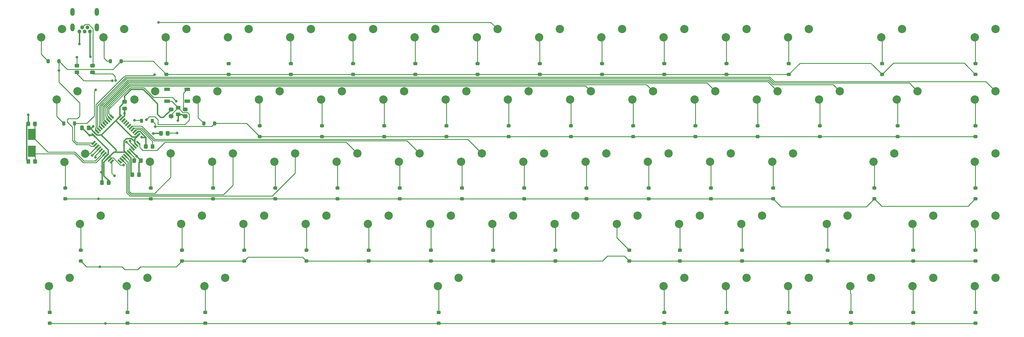
<source format=gbl>
%TF.GenerationSoftware,KiCad,Pcbnew,5.1.6-c6e7f7d~87~ubuntu20.04.1*%
%TF.CreationDate,2020-07-22T13:43:27-07:00*%
%TF.ProjectId,keeb,6b656562-2e6b-4696-9361-645f70636258,rev?*%
%TF.SameCoordinates,Original*%
%TF.FileFunction,Copper,L2,Bot*%
%TF.FilePolarity,Positive*%
%FSLAX46Y46*%
G04 Gerber Fmt 4.6, Leading zero omitted, Abs format (unit mm)*
G04 Created by KiCad (PCBNEW 5.1.6-c6e7f7d~87~ubuntu20.04.1) date 2020-07-22 13:43:27*
%MOMM*%
%LPD*%
G01*
G04 APERTURE LIST*
%TA.AperFunction,SMDPad,CuDef*%
%ADD10R,1.800000X1.100000*%
%TD*%
%TA.AperFunction,ComponentPad*%
%ADD11C,2.540000*%
%TD*%
%TA.AperFunction,SMDPad,CuDef*%
%ADD12C,0.100000*%
%TD*%
%TA.AperFunction,SMDPad,CuDef*%
%ADD13R,2.400000X3.500000*%
%TD*%
%TA.AperFunction,ComponentPad*%
%ADD14O,1.300000X2.400000*%
%TD*%
%TA.AperFunction,ComponentPad*%
%ADD15C,1.200000*%
%TD*%
%TA.AperFunction,ViaPad*%
%ADD16C,0.800000*%
%TD*%
%TA.AperFunction,Conductor*%
%ADD17C,0.381000*%
%TD*%
%TA.AperFunction,Conductor*%
%ADD18C,0.254000*%
%TD*%
%TA.AperFunction,Conductor*%
%ADD19C,0.250000*%
%TD*%
G04 APERTURE END LIST*
%TO.P,C9,2*%
%TO.N,GND*%
%TA.AperFunction,SMDPad,CuDef*%
G36*
G01*
X-380765000Y317230001D02*
X-380765000Y316329999D01*
G75*
G02*
X-381014999Y316080000I-249999J0D01*
G01*
X-381665001Y316080000D01*
G75*
G02*
X-381915000Y316329999I0J249999D01*
G01*
X-381915000Y317230001D01*
G75*
G02*
X-381665001Y317480000I249999J0D01*
G01*
X-381014999Y317480000D01*
G75*
G02*
X-380765000Y317230001I0J-249999D01*
G01*
G37*
%TD.AperFunction*%
%TO.P,C9,1*%
%TO.N,Net-(C9-Pad1)*%
%TA.AperFunction,SMDPad,CuDef*%
G36*
G01*
X-378715000Y317230001D02*
X-378715000Y316329999D01*
G75*
G02*
X-378964999Y316080000I-249999J0D01*
G01*
X-379615001Y316080000D01*
G75*
G02*
X-379865000Y316329999I0J249999D01*
G01*
X-379865000Y317230001D01*
G75*
G02*
X-379615001Y317480000I249999J0D01*
G01*
X-378964999Y317480000D01*
G75*
G02*
X-378715000Y317230001I0J-249999D01*
G01*
G37*
%TD.AperFunction*%
%TD*%
D10*
%TO.P,SWP1,4*%
%TO.N,N/C*%
X-374820000Y334340000D03*
%TO.P,SWP1,3*%
X-368620000Y330640000D03*
%TO.P,SWP1,2*%
%TO.N,RST*%
X-374820000Y330640000D03*
%TO.P,SWP1,1*%
%TO.N,Net-(R2-Pad2)*%
X-368620000Y334340000D03*
%TD*%
%TO.P,R5,2*%
%TO.N,Net-(R5-Pad2)*%
%TA.AperFunction,SMDPad,CuDef*%
G36*
G01*
X-375218750Y320362499D02*
X-375218750Y321262501D01*
G75*
G02*
X-374968751Y321512500I249999J0D01*
G01*
X-374318749Y321512500D01*
G75*
G02*
X-374068750Y321262501I0J-249999D01*
G01*
X-374068750Y320362499D01*
G75*
G02*
X-374318749Y320112500I-249999J0D01*
G01*
X-374968751Y320112500D01*
G75*
G02*
X-375218750Y320362499I0J249999D01*
G01*
G37*
%TD.AperFunction*%
%TO.P,R5,1*%
%TO.N,GND*%
%TA.AperFunction,SMDPad,CuDef*%
G36*
G01*
X-377268750Y320362499D02*
X-377268750Y321262501D01*
G75*
G02*
X-377018751Y321512500I249999J0D01*
G01*
X-376368749Y321512500D01*
G75*
G02*
X-376118750Y321262501I0J-249999D01*
G01*
X-376118750Y320362499D01*
G75*
G02*
X-376368749Y320112500I-249999J0D01*
G01*
X-377018751Y320112500D01*
G75*
G02*
X-377268750Y320362499I0J249999D01*
G01*
G37*
%TD.AperFunction*%
%TD*%
%TO.P,R4,2*%
%TO.N,Net-(J1-Pad2)*%
%TA.AperFunction,SMDPad,CuDef*%
G36*
G01*
X-397218749Y340968750D02*
X-398118751Y340968750D01*
G75*
G02*
X-398368750Y341218749I0J249999D01*
G01*
X-398368750Y341868751D01*
G75*
G02*
X-398118751Y342118750I249999J0D01*
G01*
X-397218749Y342118750D01*
G75*
G02*
X-396968750Y341868751I0J-249999D01*
G01*
X-396968750Y341218749D01*
G75*
G02*
X-397218749Y340968750I-249999J0D01*
G01*
G37*
%TD.AperFunction*%
%TO.P,R4,1*%
%TO.N,Net-(R4-Pad1)*%
%TA.AperFunction,SMDPad,CuDef*%
G36*
G01*
X-397218749Y338918750D02*
X-398118751Y338918750D01*
G75*
G02*
X-398368750Y339168749I0J249999D01*
G01*
X-398368750Y339818751D01*
G75*
G02*
X-398118751Y340068750I249999J0D01*
G01*
X-397218749Y340068750D01*
G75*
G02*
X-396968750Y339818751I0J-249999D01*
G01*
X-396968750Y339168749D01*
G75*
G02*
X-397218749Y338918750I-249999J0D01*
G01*
G37*
%TD.AperFunction*%
%TD*%
%TO.P,R3,2*%
%TO.N,Net-(J1-Pad3)*%
%TA.AperFunction,SMDPad,CuDef*%
G36*
G01*
X-401981249Y340968750D02*
X-402881251Y340968750D01*
G75*
G02*
X-403131250Y341218749I0J249999D01*
G01*
X-403131250Y341868751D01*
G75*
G02*
X-402881251Y342118750I249999J0D01*
G01*
X-401981249Y342118750D01*
G75*
G02*
X-401731250Y341868751I0J-249999D01*
G01*
X-401731250Y341218749D01*
G75*
G02*
X-401981249Y340968750I-249999J0D01*
G01*
G37*
%TD.AperFunction*%
%TO.P,R3,1*%
%TO.N,Net-(R3-Pad1)*%
%TA.AperFunction,SMDPad,CuDef*%
G36*
G01*
X-401981249Y338918750D02*
X-402881251Y338918750D01*
G75*
G02*
X-403131250Y339168749I0J249999D01*
G01*
X-403131250Y339818751D01*
G75*
G02*
X-402881251Y340068750I249999J0D01*
G01*
X-401981249Y340068750D01*
G75*
G02*
X-401731250Y339818751I0J-249999D01*
G01*
X-401731250Y339168749D01*
G75*
G02*
X-401981249Y338918750I-249999J0D01*
G01*
G37*
%TD.AperFunction*%
%TD*%
%TO.P,R2,2*%
%TO.N,Net-(R2-Pad2)*%
%TA.AperFunction,SMDPad,CuDef*%
G36*
G01*
X-368831249Y327556250D02*
X-369731251Y327556250D01*
G75*
G02*
X-369981250Y327806249I0J249999D01*
G01*
X-369981250Y328456251D01*
G75*
G02*
X-369731251Y328706250I249999J0D01*
G01*
X-368831249Y328706250D01*
G75*
G02*
X-368581250Y328456251I0J-249999D01*
G01*
X-368581250Y327806249D01*
G75*
G02*
X-368831249Y327556250I-249999J0D01*
G01*
G37*
%TD.AperFunction*%
%TO.P,R2,1*%
%TO.N,GND*%
%TA.AperFunction,SMDPad,CuDef*%
G36*
G01*
X-368831249Y325506250D02*
X-369731251Y325506250D01*
G75*
G02*
X-369981250Y325756249I0J249999D01*
G01*
X-369981250Y326406251D01*
G75*
G02*
X-369731251Y326656250I249999J0D01*
G01*
X-368831249Y326656250D01*
G75*
G02*
X-368581250Y326406251I0J-249999D01*
G01*
X-368581250Y325756249D01*
G75*
G02*
X-368831249Y325506250I-249999J0D01*
G01*
G37*
%TD.AperFunction*%
%TD*%
%TO.P,R1,2*%
%TO.N,RST*%
%TA.AperFunction,SMDPad,CuDef*%
G36*
G01*
X-374043751Y326656250D02*
X-373143749Y326656250D01*
G75*
G02*
X-372893750Y326406251I0J-249999D01*
G01*
X-372893750Y325756249D01*
G75*
G02*
X-373143749Y325506250I-249999J0D01*
G01*
X-374043751Y325506250D01*
G75*
G02*
X-374293750Y325756249I0J249999D01*
G01*
X-374293750Y326406251D01*
G75*
G02*
X-374043751Y326656250I249999J0D01*
G01*
G37*
%TD.AperFunction*%
%TO.P,R1,1*%
%TO.N,+5V*%
%TA.AperFunction,SMDPad,CuDef*%
G36*
G01*
X-374043751Y328706250D02*
X-373143749Y328706250D01*
G75*
G02*
X-372893750Y328456251I0J-249999D01*
G01*
X-372893750Y327806249D01*
G75*
G02*
X-373143749Y327556250I-249999J0D01*
G01*
X-374043751Y327556250D01*
G75*
G02*
X-374293750Y327806249I0J249999D01*
G01*
X-374293750Y328456251D01*
G75*
G02*
X-374043751Y328706250I249999J0D01*
G01*
G37*
%TD.AperFunction*%
%TD*%
D11*
%TO.P,SW17,2*%
%TO.N,Net-(D17-Pad2)*%
X-384810000Y331152500D03*
%TO.P,SW17,1*%
%TO.N,Col2*%
X-378460000Y333692500D03*
%TD*%
%TO.P,SW31,2*%
%TO.N,Net-(D31-Pad2)*%
X-406271250Y312042500D03*
%TO.P,SW31,1*%
%TO.N,Col1*%
X-399921250Y314582500D03*
%TD*%
%TA.AperFunction,SMDPad,CuDef*%
D12*
%TO.P,U1,1*%
%TO.N,Col5*%
G36*
X-382941280Y317549542D02*
G01*
X-383330188Y317160634D01*
X-384390848Y318221294D01*
X-384001940Y318610202D01*
X-382941280Y317549542D01*
G37*
%TD.AperFunction*%
%TA.AperFunction,SMDPad,CuDef*%
%TO.P,U1,2*%
%TO.N,+5V*%
G36*
X-383506966Y316983857D02*
G01*
X-383895874Y316594949D01*
X-384956534Y317655609D01*
X-384567626Y318044517D01*
X-383506966Y316983857D01*
G37*
%TD.AperFunction*%
%TA.AperFunction,SMDPad,CuDef*%
%TO.P,U1,3*%
%TO.N,Net-(R4-Pad1)*%
G36*
X-384072651Y316418172D02*
G01*
X-384461559Y316029264D01*
X-385522219Y317089924D01*
X-385133311Y317478832D01*
X-384072651Y316418172D01*
G37*
%TD.AperFunction*%
%TA.AperFunction,SMDPad,CuDef*%
%TO.P,U1,4*%
%TO.N,Net-(R3-Pad1)*%
G36*
X-384638336Y315852486D02*
G01*
X-385027244Y315463578D01*
X-386087904Y316524238D01*
X-385698996Y316913146D01*
X-384638336Y315852486D01*
G37*
%TD.AperFunction*%
%TA.AperFunction,SMDPad,CuDef*%
%TO.P,U1,5*%
%TO.N,GND*%
G36*
X-385204022Y315286801D02*
G01*
X-385592930Y314897893D01*
X-386653590Y315958553D01*
X-386264682Y316347461D01*
X-385204022Y315286801D01*
G37*
%TD.AperFunction*%
%TA.AperFunction,SMDPad,CuDef*%
%TO.P,U1,6*%
%TO.N,Net-(C8-Pad1)*%
G36*
X-385769707Y314721115D02*
G01*
X-386158615Y314332207D01*
X-387219275Y315392867D01*
X-386830367Y315781775D01*
X-385769707Y314721115D01*
G37*
%TD.AperFunction*%
%TA.AperFunction,SMDPad,CuDef*%
%TO.P,U1,7*%
%TO.N,+5V*%
G36*
X-386335393Y314155430D02*
G01*
X-386724301Y313766522D01*
X-387784961Y314827182D01*
X-387396053Y315216090D01*
X-386335393Y314155430D01*
G37*
%TD.AperFunction*%
%TA.AperFunction,SMDPad,CuDef*%
%TO.P,U1,8*%
%TO.N,Col2*%
G36*
X-386901078Y313589744D02*
G01*
X-387289986Y313200836D01*
X-388350646Y314261496D01*
X-387961738Y314650404D01*
X-386901078Y313589744D01*
G37*
%TD.AperFunction*%
%TA.AperFunction,SMDPad,CuDef*%
%TO.P,U1,9*%
%TO.N,Col3*%
G36*
X-387466764Y313024059D02*
G01*
X-387855672Y312635151D01*
X-388916332Y313695811D01*
X-388527424Y314084719D01*
X-387466764Y313024059D01*
G37*
%TD.AperFunction*%
%TA.AperFunction,SMDPad,CuDef*%
%TO.P,U1,10*%
%TO.N,Col4*%
G36*
X-388032449Y312458374D02*
G01*
X-388421357Y312069466D01*
X-389482017Y313130126D01*
X-389093109Y313519034D01*
X-388032449Y312458374D01*
G37*
%TD.AperFunction*%
%TA.AperFunction,SMDPad,CuDef*%
%TO.P,U1,11*%
%TO.N,Net-(U1-Pad11)*%
G36*
X-388598134Y311892688D02*
G01*
X-388987042Y311503780D01*
X-390047702Y312564440D01*
X-389658794Y312953348D01*
X-388598134Y311892688D01*
G37*
%TD.AperFunction*%
%TA.AperFunction,SMDPad,CuDef*%
%TO.P,U1,12*%
%TO.N,Row5*%
G36*
X-392062958Y311503780D02*
G01*
X-392451866Y311892688D01*
X-391391206Y312953348D01*
X-391002298Y312564440D01*
X-392062958Y311503780D01*
G37*
%TD.AperFunction*%
%TA.AperFunction,SMDPad,CuDef*%
%TO.P,U1,13*%
%TO.N,RST*%
G36*
X-392628643Y312069466D02*
G01*
X-393017551Y312458374D01*
X-391956891Y313519034D01*
X-391567983Y313130126D01*
X-392628643Y312069466D01*
G37*
%TD.AperFunction*%
%TA.AperFunction,SMDPad,CuDef*%
%TO.P,U1,14*%
%TO.N,+5V*%
G36*
X-393194328Y312635151D02*
G01*
X-393583236Y313024059D01*
X-392522576Y314084719D01*
X-392133668Y313695811D01*
X-393194328Y312635151D01*
G37*
%TD.AperFunction*%
%TA.AperFunction,SMDPad,CuDef*%
%TO.P,U1,15*%
%TO.N,GND*%
G36*
X-393760014Y313200836D02*
G01*
X-394148922Y313589744D01*
X-393088262Y314650404D01*
X-392699354Y314261496D01*
X-393760014Y313200836D01*
G37*
%TD.AperFunction*%
%TA.AperFunction,SMDPad,CuDef*%
%TO.P,U1,16*%
%TO.N,Net-(C7-Pad1)*%
G36*
X-394325699Y313766522D02*
G01*
X-394714607Y314155430D01*
X-393653947Y315216090D01*
X-393265039Y314827182D01*
X-394325699Y313766522D01*
G37*
%TD.AperFunction*%
%TA.AperFunction,SMDPad,CuDef*%
%TO.P,U1,17*%
%TO.N,Net-(C6-Pad1)*%
G36*
X-394891385Y314332207D02*
G01*
X-395280293Y314721115D01*
X-394219633Y315781775D01*
X-393830725Y315392867D01*
X-394891385Y314332207D01*
G37*
%TD.AperFunction*%
%TA.AperFunction,SMDPad,CuDef*%
%TO.P,U1,18*%
%TO.N,Row4*%
G36*
X-395457070Y314897893D02*
G01*
X-395845978Y315286801D01*
X-394785318Y316347461D01*
X-394396410Y315958553D01*
X-395457070Y314897893D01*
G37*
%TD.AperFunction*%
%TA.AperFunction,SMDPad,CuDef*%
%TO.P,U1,19*%
%TO.N,Row3*%
G36*
X-396022756Y315463578D02*
G01*
X-396411664Y315852486D01*
X-395351004Y316913146D01*
X-394962096Y316524238D01*
X-396022756Y315463578D01*
G37*
%TD.AperFunction*%
%TA.AperFunction,SMDPad,CuDef*%
%TO.P,U1,20*%
%TO.N,Col1*%
G36*
X-396588441Y316029264D02*
G01*
X-396977349Y316418172D01*
X-395916689Y317478832D01*
X-395527781Y317089924D01*
X-396588441Y316029264D01*
G37*
%TD.AperFunction*%
%TA.AperFunction,SMDPad,CuDef*%
%TO.P,U1,21*%
%TO.N,Row1*%
G36*
X-397154126Y316594949D02*
G01*
X-397543034Y316983857D01*
X-396482374Y318044517D01*
X-396093466Y317655609D01*
X-397154126Y316594949D01*
G37*
%TD.AperFunction*%
%TA.AperFunction,SMDPad,CuDef*%
%TO.P,U1,22*%
%TO.N,Row2*%
G36*
X-397719812Y317160634D02*
G01*
X-398108720Y317549542D01*
X-397048060Y318610202D01*
X-396659152Y318221294D01*
X-397719812Y317160634D01*
G37*
%TD.AperFunction*%
%TA.AperFunction,SMDPad,CuDef*%
%TO.P,U1,23*%
%TO.N,GND*%
G36*
X-396659152Y319953706D02*
G01*
X-397048060Y319564798D01*
X-398108720Y320625458D01*
X-397719812Y321014366D01*
X-396659152Y319953706D01*
G37*
%TD.AperFunction*%
%TA.AperFunction,SMDPad,CuDef*%
%TO.P,U1,24*%
%TO.N,+5V*%
G36*
X-396093466Y320519391D02*
G01*
X-396482374Y320130483D01*
X-397543034Y321191143D01*
X-397154126Y321580051D01*
X-396093466Y320519391D01*
G37*
%TD.AperFunction*%
%TA.AperFunction,SMDPad,CuDef*%
%TO.P,U1,25*%
%TO.N,Col8*%
G36*
X-395527781Y321085076D02*
G01*
X-395916689Y320696168D01*
X-396977349Y321756828D01*
X-396588441Y322145736D01*
X-395527781Y321085076D01*
G37*
%TD.AperFunction*%
%TA.AperFunction,SMDPad,CuDef*%
%TO.P,U1,26*%
%TO.N,Col15*%
G36*
X-394962096Y321650762D02*
G01*
X-395351004Y321261854D01*
X-396411664Y322322514D01*
X-396022756Y322711422D01*
X-394962096Y321650762D01*
G37*
%TD.AperFunction*%
%TA.AperFunction,SMDPad,CuDef*%
%TO.P,U1,27*%
%TO.N,Col14*%
G36*
X-394396410Y322216447D02*
G01*
X-394785318Y321827539D01*
X-395845978Y322888199D01*
X-395457070Y323277107D01*
X-394396410Y322216447D01*
G37*
%TD.AperFunction*%
%TA.AperFunction,SMDPad,CuDef*%
%TO.P,U1,28*%
%TO.N,Col13*%
G36*
X-393830725Y322782133D02*
G01*
X-394219633Y322393225D01*
X-395280293Y323453885D01*
X-394891385Y323842793D01*
X-393830725Y322782133D01*
G37*
%TD.AperFunction*%
%TA.AperFunction,SMDPad,CuDef*%
%TO.P,U1,29*%
%TO.N,Col12*%
G36*
X-393265039Y323347818D02*
G01*
X-393653947Y322958910D01*
X-394714607Y324019570D01*
X-394325699Y324408478D01*
X-393265039Y323347818D01*
G37*
%TD.AperFunction*%
%TA.AperFunction,SMDPad,CuDef*%
%TO.P,U1,30*%
%TO.N,Col11*%
G36*
X-392699354Y323913504D02*
G01*
X-393088262Y323524596D01*
X-394148922Y324585256D01*
X-393760014Y324974164D01*
X-392699354Y323913504D01*
G37*
%TD.AperFunction*%
%TA.AperFunction,SMDPad,CuDef*%
%TO.P,U1,31*%
%TO.N,Col10*%
G36*
X-392133668Y324479189D02*
G01*
X-392522576Y324090281D01*
X-393583236Y325150941D01*
X-393194328Y325539849D01*
X-392133668Y324479189D01*
G37*
%TD.AperFunction*%
%TA.AperFunction,SMDPad,CuDef*%
%TO.P,U1,32*%
%TO.N,Col9*%
G36*
X-391567983Y325044874D02*
G01*
X-391956891Y324655966D01*
X-393017551Y325716626D01*
X-392628643Y326105534D01*
X-391567983Y325044874D01*
G37*
%TD.AperFunction*%
%TA.AperFunction,SMDPad,CuDef*%
%TO.P,U1,33*%
%TO.N,Net-(R5-Pad2)*%
G36*
X-391002298Y325610560D02*
G01*
X-391391206Y325221652D01*
X-392451866Y326282312D01*
X-392062958Y326671220D01*
X-391002298Y325610560D01*
G37*
%TD.AperFunction*%
%TA.AperFunction,SMDPad,CuDef*%
%TO.P,U1,34*%
%TO.N,+5V*%
G36*
X-389658794Y325221652D02*
G01*
X-390047702Y325610560D01*
X-388987042Y326671220D01*
X-388598134Y326282312D01*
X-389658794Y325221652D01*
G37*
%TD.AperFunction*%
%TA.AperFunction,SMDPad,CuDef*%
%TO.P,U1,35*%
%TO.N,GND*%
G36*
X-389093109Y324655966D02*
G01*
X-389482017Y325044874D01*
X-388421357Y326105534D01*
X-388032449Y325716626D01*
X-389093109Y324655966D01*
G37*
%TD.AperFunction*%
%TA.AperFunction,SMDPad,CuDef*%
%TO.P,U1,36*%
%TO.N,Net-(U1-Pad36)*%
G36*
X-388527424Y324090281D02*
G01*
X-388916332Y324479189D01*
X-387855672Y325539849D01*
X-387466764Y325150941D01*
X-388527424Y324090281D01*
G37*
%TD.AperFunction*%
%TA.AperFunction,SMDPad,CuDef*%
%TO.P,U1,37*%
%TO.N,Net-(U1-Pad37)*%
G36*
X-387961738Y323524596D02*
G01*
X-388350646Y323913504D01*
X-387289986Y324974164D01*
X-386901078Y324585256D01*
X-387961738Y323524596D01*
G37*
%TD.AperFunction*%
%TA.AperFunction,SMDPad,CuDef*%
%TO.P,U1,38*%
%TO.N,Net-(U1-Pad38)*%
G36*
X-387396053Y322958910D02*
G01*
X-387784961Y323347818D01*
X-386724301Y324408478D01*
X-386335393Y324019570D01*
X-387396053Y322958910D01*
G37*
%TD.AperFunction*%
%TA.AperFunction,SMDPad,CuDef*%
%TO.P,U1,39*%
%TO.N,Net-(U1-Pad39)*%
G36*
X-386830367Y322393225D02*
G01*
X-387219275Y322782133D01*
X-386158615Y323842793D01*
X-385769707Y323453885D01*
X-386830367Y322393225D01*
G37*
%TD.AperFunction*%
%TA.AperFunction,SMDPad,CuDef*%
%TO.P,U1,40*%
%TO.N,Col7*%
G36*
X-386264682Y321827539D02*
G01*
X-386653590Y322216447D01*
X-385592930Y323277107D01*
X-385204022Y322888199D01*
X-386264682Y321827539D01*
G37*
%TD.AperFunction*%
%TA.AperFunction,SMDPad,CuDef*%
%TO.P,U1,41*%
%TO.N,Col6*%
G36*
X-385698996Y321261854D02*
G01*
X-386087904Y321650762D01*
X-385027244Y322711422D01*
X-384638336Y322322514D01*
X-385698996Y321261854D01*
G37*
%TD.AperFunction*%
%TA.AperFunction,SMDPad,CuDef*%
%TO.P,U1,42*%
%TO.N,Net-(C9-Pad1)*%
G36*
X-385133311Y320696168D02*
G01*
X-385522219Y321085076D01*
X-384461559Y322145736D01*
X-384072651Y321756828D01*
X-385133311Y320696168D01*
G37*
%TD.AperFunction*%
%TA.AperFunction,SMDPad,CuDef*%
%TO.P,U1,43*%
%TO.N,GND*%
G36*
X-384567626Y320130483D02*
G01*
X-384956534Y320519391D01*
X-383895874Y321580051D01*
X-383506966Y321191143D01*
X-384567626Y320130483D01*
G37*
%TD.AperFunction*%
%TA.AperFunction,SMDPad,CuDef*%
%TO.P,U1,44*%
%TO.N,+5V*%
G36*
X-384001940Y319564798D02*
G01*
X-384390848Y319953706D01*
X-383330188Y321014366D01*
X-382941280Y320625458D01*
X-384001940Y319564798D01*
G37*
%TD.AperFunction*%
%TD*%
D11*
%TO.P,SW32,2*%
%TO.N,Net-(D32-Pad2)*%
X-380047500Y312102500D03*
%TO.P,SW32,1*%
%TO.N,Col2*%
X-373697500Y314642500D03*
%TD*%
%TO.P,SW18,2*%
%TO.N,Net-(D18-Pad2)*%
X-365760000Y331152500D03*
%TO.P,SW18,1*%
%TO.N,Col3*%
X-359410000Y333692500D03*
%TD*%
%TO.P,SW16,1*%
%TO.N,Col1*%
X-402274200Y333693880D03*
%TO.P,SW16,2*%
%TO.N,Net-(D16-Pad2)*%
X-408624200Y331153880D03*
%TD*%
%TO.P,SW45,1*%
%TO.N,Col1*%
X-395128750Y295592500D03*
%TO.P,SW45,2*%
%TO.N,Net-(D45-Pad2)*%
X-401478750Y293052500D03*
%TD*%
%TO.P,SW1,2*%
%TO.N,Net-(D1-Pad2)*%
X-413385000Y350202500D03*
%TO.P,SW1,1*%
%TO.N,Col1*%
X-407035000Y352742500D03*
%TD*%
%TO.P,SW2,2*%
%TO.N,Net-(D2-Pad2)*%
X-394335000Y350202500D03*
%TO.P,SW2,1*%
%TO.N,Col2*%
X-387985000Y352742500D03*
%TD*%
%TO.P,C5,1*%
%TO.N,GND*%
%TA.AperFunction,SMDPad,CuDef*%
G36*
G01*
X-370987499Y326062500D02*
X-371887501Y326062500D01*
G75*
G02*
X-372137500Y326312499I0J249999D01*
G01*
X-372137500Y326962501D01*
G75*
G02*
X-371887501Y327212500I249999J0D01*
G01*
X-370987499Y327212500D01*
G75*
G02*
X-370737500Y326962501I0J-249999D01*
G01*
X-370737500Y326312499D01*
G75*
G02*
X-370987499Y326062500I-249999J0D01*
G01*
G37*
%TD.AperFunction*%
%TO.P,C5,2*%
%TO.N,RST*%
%TA.AperFunction,SMDPad,CuDef*%
G36*
G01*
X-370987499Y328112500D02*
X-371887501Y328112500D01*
G75*
G02*
X-372137500Y328362499I0J249999D01*
G01*
X-372137500Y329012501D01*
G75*
G02*
X-371887501Y329262500I249999J0D01*
G01*
X-370987499Y329262500D01*
G75*
G02*
X-370737500Y329012501I0J-249999D01*
G01*
X-370737500Y328362499D01*
G75*
G02*
X-370987499Y328112500I-249999J0D01*
G01*
G37*
%TD.AperFunction*%
%TD*%
%TO.P,D20,1*%
%TO.N,Row2*%
%TA.AperFunction,SMDPad,CuDef*%
G36*
G01*
X-327071875Y319318750D02*
X-327771875Y319318750D01*
G75*
G02*
X-328021875Y319568750I0J250000D01*
G01*
X-328021875Y320068750D01*
G75*
G02*
X-327771875Y320318750I250000J0D01*
G01*
X-327071875Y320318750D01*
G75*
G02*
X-326821875Y320068750I0J-250000D01*
G01*
X-326821875Y319568750D01*
G75*
G02*
X-327071875Y319318750I-250000J0D01*
G01*
G37*
%TD.AperFunction*%
%TO.P,D20,2*%
%TO.N,Net-(D20-Pad2)*%
%TA.AperFunction,SMDPad,CuDef*%
G36*
G01*
X-327071875Y322618750D02*
X-327771875Y322618750D01*
G75*
G02*
X-328021875Y322868750I0J250000D01*
G01*
X-328021875Y323368750D01*
G75*
G02*
X-327771875Y323618750I250000J0D01*
G01*
X-327071875Y323618750D01*
G75*
G02*
X-326821875Y323368750I0J-250000D01*
G01*
X-326821875Y322868750D01*
G75*
G02*
X-327071875Y322618750I-250000J0D01*
G01*
G37*
%TD.AperFunction*%
%TD*%
%TO.P,D68,1*%
%TO.N,Row5*%
%TA.AperFunction,SMDPad,CuDef*%
G36*
G01*
X-127046875Y262168750D02*
X-127746875Y262168750D01*
G75*
G02*
X-127996875Y262418750I0J250000D01*
G01*
X-127996875Y262918750D01*
G75*
G02*
X-127746875Y263168750I250000J0D01*
G01*
X-127046875Y263168750D01*
G75*
G02*
X-126796875Y262918750I0J-250000D01*
G01*
X-126796875Y262418750D01*
G75*
G02*
X-127046875Y262168750I-250000J0D01*
G01*
G37*
%TD.AperFunction*%
%TO.P,D68,2*%
%TO.N,Net-(D68-Pad2)*%
%TA.AperFunction,SMDPad,CuDef*%
G36*
G01*
X-127046875Y265468750D02*
X-127746875Y265468750D01*
G75*
G02*
X-127996875Y265718750I0J250000D01*
G01*
X-127996875Y266218750D01*
G75*
G02*
X-127746875Y266468750I250000J0D01*
G01*
X-127046875Y266468750D01*
G75*
G02*
X-126796875Y266218750I0J-250000D01*
G01*
X-126796875Y265718750D01*
G75*
G02*
X-127046875Y265468750I-250000J0D01*
G01*
G37*
%TD.AperFunction*%
%TD*%
%TO.P,D67,1*%
%TO.N,Row5*%
%TA.AperFunction,SMDPad,CuDef*%
G36*
G01*
X-146096875Y262168750D02*
X-146796875Y262168750D01*
G75*
G02*
X-147046875Y262418750I0J250000D01*
G01*
X-147046875Y262918750D01*
G75*
G02*
X-146796875Y263168750I250000J0D01*
G01*
X-146096875Y263168750D01*
G75*
G02*
X-145846875Y262918750I0J-250000D01*
G01*
X-145846875Y262418750D01*
G75*
G02*
X-146096875Y262168750I-250000J0D01*
G01*
G37*
%TD.AperFunction*%
%TO.P,D67,2*%
%TO.N,Net-(D67-Pad2)*%
%TA.AperFunction,SMDPad,CuDef*%
G36*
G01*
X-146096875Y265468750D02*
X-146796875Y265468750D01*
G75*
G02*
X-147046875Y265718750I0J250000D01*
G01*
X-147046875Y266218750D01*
G75*
G02*
X-146796875Y266468750I250000J0D01*
G01*
X-146096875Y266468750D01*
G75*
G02*
X-145846875Y266218750I0J-250000D01*
G01*
X-145846875Y265718750D01*
G75*
G02*
X-146096875Y265468750I-250000J0D01*
G01*
G37*
%TD.AperFunction*%
%TD*%
%TO.P,D66,1*%
%TO.N,Row5*%
%TA.AperFunction,SMDPad,CuDef*%
G36*
G01*
X-165146875Y262168750D02*
X-165846875Y262168750D01*
G75*
G02*
X-166096875Y262418750I0J250000D01*
G01*
X-166096875Y262918750D01*
G75*
G02*
X-165846875Y263168750I250000J0D01*
G01*
X-165146875Y263168750D01*
G75*
G02*
X-164896875Y262918750I0J-250000D01*
G01*
X-164896875Y262418750D01*
G75*
G02*
X-165146875Y262168750I-250000J0D01*
G01*
G37*
%TD.AperFunction*%
%TO.P,D66,2*%
%TO.N,Net-(D66-Pad2)*%
%TA.AperFunction,SMDPad,CuDef*%
G36*
G01*
X-165146875Y265468750D02*
X-165846875Y265468750D01*
G75*
G02*
X-166096875Y265718750I0J250000D01*
G01*
X-166096875Y266218750D01*
G75*
G02*
X-165846875Y266468750I250000J0D01*
G01*
X-165146875Y266468750D01*
G75*
G02*
X-164896875Y266218750I0J-250000D01*
G01*
X-164896875Y265718750D01*
G75*
G02*
X-165146875Y265468750I-250000J0D01*
G01*
G37*
%TD.AperFunction*%
%TD*%
%TO.P,D65,1*%
%TO.N,Row5*%
%TA.AperFunction,SMDPad,CuDef*%
G36*
G01*
X-184196875Y262168750D02*
X-184896875Y262168750D01*
G75*
G02*
X-185146875Y262418750I0J250000D01*
G01*
X-185146875Y262918750D01*
G75*
G02*
X-184896875Y263168750I250000J0D01*
G01*
X-184196875Y263168750D01*
G75*
G02*
X-183946875Y262918750I0J-250000D01*
G01*
X-183946875Y262418750D01*
G75*
G02*
X-184196875Y262168750I-250000J0D01*
G01*
G37*
%TD.AperFunction*%
%TO.P,D65,2*%
%TO.N,Net-(D65-Pad2)*%
%TA.AperFunction,SMDPad,CuDef*%
G36*
G01*
X-184196875Y265468750D02*
X-184896875Y265468750D01*
G75*
G02*
X-185146875Y265718750I0J250000D01*
G01*
X-185146875Y266218750D01*
G75*
G02*
X-184896875Y266468750I250000J0D01*
G01*
X-184196875Y266468750D01*
G75*
G02*
X-183946875Y266218750I0J-250000D01*
G01*
X-183946875Y265718750D01*
G75*
G02*
X-184196875Y265468750I-250000J0D01*
G01*
G37*
%TD.AperFunction*%
%TD*%
%TO.P,D64,1*%
%TO.N,Row5*%
%TA.AperFunction,SMDPad,CuDef*%
G36*
G01*
X-203246875Y262168750D02*
X-203946875Y262168750D01*
G75*
G02*
X-204196875Y262418750I0J250000D01*
G01*
X-204196875Y262918750D01*
G75*
G02*
X-203946875Y263168750I250000J0D01*
G01*
X-203246875Y263168750D01*
G75*
G02*
X-202996875Y262918750I0J-250000D01*
G01*
X-202996875Y262418750D01*
G75*
G02*
X-203246875Y262168750I-250000J0D01*
G01*
G37*
%TD.AperFunction*%
%TO.P,D64,2*%
%TO.N,Net-(D64-Pad2)*%
%TA.AperFunction,SMDPad,CuDef*%
G36*
G01*
X-203246875Y265468750D02*
X-203946875Y265468750D01*
G75*
G02*
X-204196875Y265718750I0J250000D01*
G01*
X-204196875Y266218750D01*
G75*
G02*
X-203946875Y266468750I250000J0D01*
G01*
X-203246875Y266468750D01*
G75*
G02*
X-202996875Y266218750I0J-250000D01*
G01*
X-202996875Y265718750D01*
G75*
G02*
X-203246875Y265468750I-250000J0D01*
G01*
G37*
%TD.AperFunction*%
%TD*%
%TO.P,D63,1*%
%TO.N,Row5*%
%TA.AperFunction,SMDPad,CuDef*%
G36*
G01*
X-222296875Y262168750D02*
X-222996875Y262168750D01*
G75*
G02*
X-223246875Y262418750I0J250000D01*
G01*
X-223246875Y262918750D01*
G75*
G02*
X-222996875Y263168750I250000J0D01*
G01*
X-222296875Y263168750D01*
G75*
G02*
X-222046875Y262918750I0J-250000D01*
G01*
X-222046875Y262418750D01*
G75*
G02*
X-222296875Y262168750I-250000J0D01*
G01*
G37*
%TD.AperFunction*%
%TO.P,D63,2*%
%TO.N,Net-(D63-Pad2)*%
%TA.AperFunction,SMDPad,CuDef*%
G36*
G01*
X-222296875Y265468750D02*
X-222996875Y265468750D01*
G75*
G02*
X-223246875Y265718750I0J250000D01*
G01*
X-223246875Y266218750D01*
G75*
G02*
X-222996875Y266468750I250000J0D01*
G01*
X-222296875Y266468750D01*
G75*
G02*
X-222046875Y266218750I0J-250000D01*
G01*
X-222046875Y265718750D01*
G75*
G02*
X-222296875Y265468750I-250000J0D01*
G01*
G37*
%TD.AperFunction*%
%TD*%
%TO.P,D62,1*%
%TO.N,Row5*%
%TA.AperFunction,SMDPad,CuDef*%
G36*
G01*
X-291353125Y262168750D02*
X-292053125Y262168750D01*
G75*
G02*
X-292303125Y262418750I0J250000D01*
G01*
X-292303125Y262918750D01*
G75*
G02*
X-292053125Y263168750I250000J0D01*
G01*
X-291353125Y263168750D01*
G75*
G02*
X-291103125Y262918750I0J-250000D01*
G01*
X-291103125Y262418750D01*
G75*
G02*
X-291353125Y262168750I-250000J0D01*
G01*
G37*
%TD.AperFunction*%
%TO.P,D62,2*%
%TO.N,Net-(D62-Pad2)*%
%TA.AperFunction,SMDPad,CuDef*%
G36*
G01*
X-291353125Y265468750D02*
X-292053125Y265468750D01*
G75*
G02*
X-292303125Y265718750I0J250000D01*
G01*
X-292303125Y266218750D01*
G75*
G02*
X-292053125Y266468750I250000J0D01*
G01*
X-291353125Y266468750D01*
G75*
G02*
X-291103125Y266218750I0J-250000D01*
G01*
X-291103125Y265718750D01*
G75*
G02*
X-291353125Y265468750I-250000J0D01*
G01*
G37*
%TD.AperFunction*%
%TD*%
%TO.P,D61,1*%
%TO.N,Row5*%
%TA.AperFunction,SMDPad,CuDef*%
G36*
G01*
X-362790625Y262168750D02*
X-363490625Y262168750D01*
G75*
G02*
X-363740625Y262418750I0J250000D01*
G01*
X-363740625Y262918750D01*
G75*
G02*
X-363490625Y263168750I250000J0D01*
G01*
X-362790625Y263168750D01*
G75*
G02*
X-362540625Y262918750I0J-250000D01*
G01*
X-362540625Y262418750D01*
G75*
G02*
X-362790625Y262168750I-250000J0D01*
G01*
G37*
%TD.AperFunction*%
%TO.P,D61,2*%
%TO.N,Net-(D61-Pad2)*%
%TA.AperFunction,SMDPad,CuDef*%
G36*
G01*
X-362790625Y265468750D02*
X-363490625Y265468750D01*
G75*
G02*
X-363740625Y265718750I0J250000D01*
G01*
X-363740625Y266218750D01*
G75*
G02*
X-363490625Y266468750I250000J0D01*
G01*
X-362790625Y266468750D01*
G75*
G02*
X-362540625Y266218750I0J-250000D01*
G01*
X-362540625Y265718750D01*
G75*
G02*
X-362790625Y265468750I-250000J0D01*
G01*
G37*
%TD.AperFunction*%
%TD*%
%TO.P,D60,1*%
%TO.N,Row5*%
%TA.AperFunction,SMDPad,CuDef*%
G36*
G01*
X-386603125Y262168750D02*
X-387303125Y262168750D01*
G75*
G02*
X-387553125Y262418750I0J250000D01*
G01*
X-387553125Y262918750D01*
G75*
G02*
X-387303125Y263168750I250000J0D01*
G01*
X-386603125Y263168750D01*
G75*
G02*
X-386353125Y262918750I0J-250000D01*
G01*
X-386353125Y262418750D01*
G75*
G02*
X-386603125Y262168750I-250000J0D01*
G01*
G37*
%TD.AperFunction*%
%TO.P,D60,2*%
%TO.N,Net-(D60-Pad2)*%
%TA.AperFunction,SMDPad,CuDef*%
G36*
G01*
X-386603125Y265468750D02*
X-387303125Y265468750D01*
G75*
G02*
X-387553125Y265718750I0J250000D01*
G01*
X-387553125Y266218750D01*
G75*
G02*
X-387303125Y266468750I250000J0D01*
G01*
X-386603125Y266468750D01*
G75*
G02*
X-386353125Y266218750I0J-250000D01*
G01*
X-386353125Y265718750D01*
G75*
G02*
X-386603125Y265468750I-250000J0D01*
G01*
G37*
%TD.AperFunction*%
%TD*%
%TO.P,D59,1*%
%TO.N,Row5*%
%TA.AperFunction,SMDPad,CuDef*%
G36*
G01*
X-410415625Y262168750D02*
X-411115625Y262168750D01*
G75*
G02*
X-411365625Y262418750I0J250000D01*
G01*
X-411365625Y262918750D01*
G75*
G02*
X-411115625Y263168750I250000J0D01*
G01*
X-410415625Y263168750D01*
G75*
G02*
X-410165625Y262918750I0J-250000D01*
G01*
X-410165625Y262418750D01*
G75*
G02*
X-410415625Y262168750I-250000J0D01*
G01*
G37*
%TD.AperFunction*%
%TO.P,D59,2*%
%TO.N,Net-(D59-Pad2)*%
%TA.AperFunction,SMDPad,CuDef*%
G36*
G01*
X-410415625Y265468750D02*
X-411115625Y265468750D01*
G75*
G02*
X-411365625Y265718750I0J250000D01*
G01*
X-411365625Y266218750D01*
G75*
G02*
X-411115625Y266468750I250000J0D01*
G01*
X-410415625Y266468750D01*
G75*
G02*
X-410165625Y266218750I0J-250000D01*
G01*
X-410165625Y265718750D01*
G75*
G02*
X-410415625Y265468750I-250000J0D01*
G01*
G37*
%TD.AperFunction*%
%TD*%
%TO.P,D58,1*%
%TO.N,Row4*%
%TA.AperFunction,SMDPad,CuDef*%
G36*
G01*
X-127046875Y281218750D02*
X-127746875Y281218750D01*
G75*
G02*
X-127996875Y281468750I0J250000D01*
G01*
X-127996875Y281968750D01*
G75*
G02*
X-127746875Y282218750I250000J0D01*
G01*
X-127046875Y282218750D01*
G75*
G02*
X-126796875Y281968750I0J-250000D01*
G01*
X-126796875Y281468750D01*
G75*
G02*
X-127046875Y281218750I-250000J0D01*
G01*
G37*
%TD.AperFunction*%
%TO.P,D58,2*%
%TO.N,Net-(D58-Pad2)*%
%TA.AperFunction,SMDPad,CuDef*%
G36*
G01*
X-127046875Y284518750D02*
X-127746875Y284518750D01*
G75*
G02*
X-127996875Y284768750I0J250000D01*
G01*
X-127996875Y285268750D01*
G75*
G02*
X-127746875Y285518750I250000J0D01*
G01*
X-127046875Y285518750D01*
G75*
G02*
X-126796875Y285268750I0J-250000D01*
G01*
X-126796875Y284768750D01*
G75*
G02*
X-127046875Y284518750I-250000J0D01*
G01*
G37*
%TD.AperFunction*%
%TD*%
%TO.P,D57,1*%
%TO.N,Row4*%
%TA.AperFunction,SMDPad,CuDef*%
G36*
G01*
X-146096875Y281218750D02*
X-146796875Y281218750D01*
G75*
G02*
X-147046875Y281468750I0J250000D01*
G01*
X-147046875Y281968750D01*
G75*
G02*
X-146796875Y282218750I250000J0D01*
G01*
X-146096875Y282218750D01*
G75*
G02*
X-145846875Y281968750I0J-250000D01*
G01*
X-145846875Y281468750D01*
G75*
G02*
X-146096875Y281218750I-250000J0D01*
G01*
G37*
%TD.AperFunction*%
%TO.P,D57,2*%
%TO.N,Net-(D57-Pad2)*%
%TA.AperFunction,SMDPad,CuDef*%
G36*
G01*
X-146096875Y284518750D02*
X-146796875Y284518750D01*
G75*
G02*
X-147046875Y284768750I0J250000D01*
G01*
X-147046875Y285268750D01*
G75*
G02*
X-146796875Y285518750I250000J0D01*
G01*
X-146096875Y285518750D01*
G75*
G02*
X-145846875Y285268750I0J-250000D01*
G01*
X-145846875Y284768750D01*
G75*
G02*
X-146096875Y284518750I-250000J0D01*
G01*
G37*
%TD.AperFunction*%
%TD*%
%TO.P,D56,1*%
%TO.N,Row4*%
%TA.AperFunction,SMDPad,CuDef*%
G36*
G01*
X-172290625Y281218750D02*
X-172990625Y281218750D01*
G75*
G02*
X-173240625Y281468750I0J250000D01*
G01*
X-173240625Y281968750D01*
G75*
G02*
X-172990625Y282218750I250000J0D01*
G01*
X-172290625Y282218750D01*
G75*
G02*
X-172040625Y281968750I0J-250000D01*
G01*
X-172040625Y281468750D01*
G75*
G02*
X-172290625Y281218750I-250000J0D01*
G01*
G37*
%TD.AperFunction*%
%TO.P,D56,2*%
%TO.N,Net-(D56-Pad2)*%
%TA.AperFunction,SMDPad,CuDef*%
G36*
G01*
X-172290625Y284518750D02*
X-172990625Y284518750D01*
G75*
G02*
X-173240625Y284768750I0J250000D01*
G01*
X-173240625Y285268750D01*
G75*
G02*
X-172990625Y285518750I250000J0D01*
G01*
X-172290625Y285518750D01*
G75*
G02*
X-172040625Y285268750I0J-250000D01*
G01*
X-172040625Y284768750D01*
G75*
G02*
X-172290625Y284518750I-250000J0D01*
G01*
G37*
%TD.AperFunction*%
%TD*%
%TO.P,D55,1*%
%TO.N,Row4*%
%TA.AperFunction,SMDPad,CuDef*%
G36*
G01*
X-198484375Y281218750D02*
X-199184375Y281218750D01*
G75*
G02*
X-199434375Y281468750I0J250000D01*
G01*
X-199434375Y281968750D01*
G75*
G02*
X-199184375Y282218750I250000J0D01*
G01*
X-198484375Y282218750D01*
G75*
G02*
X-198234375Y281968750I0J-250000D01*
G01*
X-198234375Y281468750D01*
G75*
G02*
X-198484375Y281218750I-250000J0D01*
G01*
G37*
%TD.AperFunction*%
%TO.P,D55,2*%
%TO.N,Net-(D55-Pad2)*%
%TA.AperFunction,SMDPad,CuDef*%
G36*
G01*
X-198484375Y284518750D02*
X-199184375Y284518750D01*
G75*
G02*
X-199434375Y284768750I0J250000D01*
G01*
X-199434375Y285268750D01*
G75*
G02*
X-199184375Y285518750I250000J0D01*
G01*
X-198484375Y285518750D01*
G75*
G02*
X-198234375Y285268750I0J-250000D01*
G01*
X-198234375Y284768750D01*
G75*
G02*
X-198484375Y284518750I-250000J0D01*
G01*
G37*
%TD.AperFunction*%
%TD*%
%TO.P,D54,1*%
%TO.N,Row4*%
%TA.AperFunction,SMDPad,CuDef*%
G36*
G01*
X-217534375Y281218750D02*
X-218234375Y281218750D01*
G75*
G02*
X-218484375Y281468750I0J250000D01*
G01*
X-218484375Y281968750D01*
G75*
G02*
X-218234375Y282218750I250000J0D01*
G01*
X-217534375Y282218750D01*
G75*
G02*
X-217284375Y281968750I0J-250000D01*
G01*
X-217284375Y281468750D01*
G75*
G02*
X-217534375Y281218750I-250000J0D01*
G01*
G37*
%TD.AperFunction*%
%TO.P,D54,2*%
%TO.N,Net-(D54-Pad2)*%
%TA.AperFunction,SMDPad,CuDef*%
G36*
G01*
X-217534375Y284518750D02*
X-218234375Y284518750D01*
G75*
G02*
X-218484375Y284768750I0J250000D01*
G01*
X-218484375Y285268750D01*
G75*
G02*
X-218234375Y285518750I250000J0D01*
G01*
X-217534375Y285518750D01*
G75*
G02*
X-217284375Y285268750I0J-250000D01*
G01*
X-217284375Y284768750D01*
G75*
G02*
X-217534375Y284518750I-250000J0D01*
G01*
G37*
%TD.AperFunction*%
%TD*%
%TO.P,D53,1*%
%TO.N,Row4*%
%TA.AperFunction,SMDPad,CuDef*%
G36*
G01*
X-233012500Y281218750D02*
X-233712500Y281218750D01*
G75*
G02*
X-233962500Y281468750I0J250000D01*
G01*
X-233962500Y281968750D01*
G75*
G02*
X-233712500Y282218750I250000J0D01*
G01*
X-233012500Y282218750D01*
G75*
G02*
X-232762500Y281968750I0J-250000D01*
G01*
X-232762500Y281468750D01*
G75*
G02*
X-233012500Y281218750I-250000J0D01*
G01*
G37*
%TD.AperFunction*%
%TO.P,D53,2*%
%TO.N,Net-(D53-Pad2)*%
%TA.AperFunction,SMDPad,CuDef*%
G36*
G01*
X-233012500Y284518750D02*
X-233712500Y284518750D01*
G75*
G02*
X-233962500Y284768750I0J250000D01*
G01*
X-233962500Y285268750D01*
G75*
G02*
X-233712500Y285518750I250000J0D01*
G01*
X-233012500Y285518750D01*
G75*
G02*
X-232762500Y285268750I0J-250000D01*
G01*
X-232762500Y284768750D01*
G75*
G02*
X-233012500Y284518750I-250000J0D01*
G01*
G37*
%TD.AperFunction*%
%TD*%
%TO.P,D52,1*%
%TO.N,Row4*%
%TA.AperFunction,SMDPad,CuDef*%
G36*
G01*
X-255634375Y281218750D02*
X-256334375Y281218750D01*
G75*
G02*
X-256584375Y281468750I0J250000D01*
G01*
X-256584375Y281968750D01*
G75*
G02*
X-256334375Y282218750I250000J0D01*
G01*
X-255634375Y282218750D01*
G75*
G02*
X-255384375Y281968750I0J-250000D01*
G01*
X-255384375Y281468750D01*
G75*
G02*
X-255634375Y281218750I-250000J0D01*
G01*
G37*
%TD.AperFunction*%
%TO.P,D52,2*%
%TO.N,Net-(D52-Pad2)*%
%TA.AperFunction,SMDPad,CuDef*%
G36*
G01*
X-255634375Y284518750D02*
X-256334375Y284518750D01*
G75*
G02*
X-256584375Y284768750I0J250000D01*
G01*
X-256584375Y285268750D01*
G75*
G02*
X-256334375Y285518750I250000J0D01*
G01*
X-255634375Y285518750D01*
G75*
G02*
X-255384375Y285268750I0J-250000D01*
G01*
X-255384375Y284768750D01*
G75*
G02*
X-255634375Y284518750I-250000J0D01*
G01*
G37*
%TD.AperFunction*%
%TD*%
%TO.P,D51,1*%
%TO.N,Row4*%
%TA.AperFunction,SMDPad,CuDef*%
G36*
G01*
X-274684375Y281218750D02*
X-275384375Y281218750D01*
G75*
G02*
X-275634375Y281468750I0J250000D01*
G01*
X-275634375Y281968750D01*
G75*
G02*
X-275384375Y282218750I250000J0D01*
G01*
X-274684375Y282218750D01*
G75*
G02*
X-274434375Y281968750I0J-250000D01*
G01*
X-274434375Y281468750D01*
G75*
G02*
X-274684375Y281218750I-250000J0D01*
G01*
G37*
%TD.AperFunction*%
%TO.P,D51,2*%
%TO.N,Net-(D51-Pad2)*%
%TA.AperFunction,SMDPad,CuDef*%
G36*
G01*
X-274684375Y284518750D02*
X-275384375Y284518750D01*
G75*
G02*
X-275634375Y284768750I0J250000D01*
G01*
X-275634375Y285268750D01*
G75*
G02*
X-275384375Y285518750I250000J0D01*
G01*
X-274684375Y285518750D01*
G75*
G02*
X-274434375Y285268750I0J-250000D01*
G01*
X-274434375Y284768750D01*
G75*
G02*
X-274684375Y284518750I-250000J0D01*
G01*
G37*
%TD.AperFunction*%
%TD*%
%TO.P,D50,1*%
%TO.N,Row4*%
%TA.AperFunction,SMDPad,CuDef*%
G36*
G01*
X-293734375Y281218750D02*
X-294434375Y281218750D01*
G75*
G02*
X-294684375Y281468750I0J250000D01*
G01*
X-294684375Y281968750D01*
G75*
G02*
X-294434375Y282218750I250000J0D01*
G01*
X-293734375Y282218750D01*
G75*
G02*
X-293484375Y281968750I0J-250000D01*
G01*
X-293484375Y281468750D01*
G75*
G02*
X-293734375Y281218750I-250000J0D01*
G01*
G37*
%TD.AperFunction*%
%TO.P,D50,2*%
%TO.N,Net-(D50-Pad2)*%
%TA.AperFunction,SMDPad,CuDef*%
G36*
G01*
X-293734375Y284518750D02*
X-294434375Y284518750D01*
G75*
G02*
X-294684375Y284768750I0J250000D01*
G01*
X-294684375Y285268750D01*
G75*
G02*
X-294434375Y285518750I250000J0D01*
G01*
X-293734375Y285518750D01*
G75*
G02*
X-293484375Y285268750I0J-250000D01*
G01*
X-293484375Y284768750D01*
G75*
G02*
X-293734375Y284518750I-250000J0D01*
G01*
G37*
%TD.AperFunction*%
%TD*%
%TO.P,D49,1*%
%TO.N,Row4*%
%TA.AperFunction,SMDPad,CuDef*%
G36*
G01*
X-312784375Y281218750D02*
X-313484375Y281218750D01*
G75*
G02*
X-313734375Y281468750I0J250000D01*
G01*
X-313734375Y281968750D01*
G75*
G02*
X-313484375Y282218750I250000J0D01*
G01*
X-312784375Y282218750D01*
G75*
G02*
X-312534375Y281968750I0J-250000D01*
G01*
X-312534375Y281468750D01*
G75*
G02*
X-312784375Y281218750I-250000J0D01*
G01*
G37*
%TD.AperFunction*%
%TO.P,D49,2*%
%TO.N,Net-(D49-Pad2)*%
%TA.AperFunction,SMDPad,CuDef*%
G36*
G01*
X-312784375Y284518750D02*
X-313484375Y284518750D01*
G75*
G02*
X-313734375Y284768750I0J250000D01*
G01*
X-313734375Y285268750D01*
G75*
G02*
X-313484375Y285518750I250000J0D01*
G01*
X-312784375Y285518750D01*
G75*
G02*
X-312534375Y285268750I0J-250000D01*
G01*
X-312534375Y284768750D01*
G75*
G02*
X-312784375Y284518750I-250000J0D01*
G01*
G37*
%TD.AperFunction*%
%TD*%
%TO.P,D48,1*%
%TO.N,Row4*%
%TA.AperFunction,SMDPad,CuDef*%
G36*
G01*
X-331834375Y281218750D02*
X-332534375Y281218750D01*
G75*
G02*
X-332784375Y281468750I0J250000D01*
G01*
X-332784375Y281968750D01*
G75*
G02*
X-332534375Y282218750I250000J0D01*
G01*
X-331834375Y282218750D01*
G75*
G02*
X-331584375Y281968750I0J-250000D01*
G01*
X-331584375Y281468750D01*
G75*
G02*
X-331834375Y281218750I-250000J0D01*
G01*
G37*
%TD.AperFunction*%
%TO.P,D48,2*%
%TO.N,Net-(D48-Pad2)*%
%TA.AperFunction,SMDPad,CuDef*%
G36*
G01*
X-331834375Y284518750D02*
X-332534375Y284518750D01*
G75*
G02*
X-332784375Y284768750I0J250000D01*
G01*
X-332784375Y285268750D01*
G75*
G02*
X-332534375Y285518750I250000J0D01*
G01*
X-331834375Y285518750D01*
G75*
G02*
X-331584375Y285268750I0J-250000D01*
G01*
X-331584375Y284768750D01*
G75*
G02*
X-331834375Y284518750I-250000J0D01*
G01*
G37*
%TD.AperFunction*%
%TD*%
%TO.P,D47,1*%
%TO.N,Row4*%
%TA.AperFunction,SMDPad,CuDef*%
G36*
G01*
X-350884375Y281218750D02*
X-351584375Y281218750D01*
G75*
G02*
X-351834375Y281468750I0J250000D01*
G01*
X-351834375Y281968750D01*
G75*
G02*
X-351584375Y282218750I250000J0D01*
G01*
X-350884375Y282218750D01*
G75*
G02*
X-350634375Y281968750I0J-250000D01*
G01*
X-350634375Y281468750D01*
G75*
G02*
X-350884375Y281218750I-250000J0D01*
G01*
G37*
%TD.AperFunction*%
%TO.P,D47,2*%
%TO.N,Net-(D47-Pad2)*%
%TA.AperFunction,SMDPad,CuDef*%
G36*
G01*
X-350884375Y284518750D02*
X-351584375Y284518750D01*
G75*
G02*
X-351834375Y284768750I0J250000D01*
G01*
X-351834375Y285268750D01*
G75*
G02*
X-351584375Y285518750I250000J0D01*
G01*
X-350884375Y285518750D01*
G75*
G02*
X-350634375Y285268750I0J-250000D01*
G01*
X-350634375Y284768750D01*
G75*
G02*
X-350884375Y284518750I-250000J0D01*
G01*
G37*
%TD.AperFunction*%
%TD*%
%TO.P,D46,1*%
%TO.N,Row4*%
%TA.AperFunction,SMDPad,CuDef*%
G36*
G01*
X-369934375Y281218750D02*
X-370634375Y281218750D01*
G75*
G02*
X-370884375Y281468750I0J250000D01*
G01*
X-370884375Y281968750D01*
G75*
G02*
X-370634375Y282218750I250000J0D01*
G01*
X-369934375Y282218750D01*
G75*
G02*
X-369684375Y281968750I0J-250000D01*
G01*
X-369684375Y281468750D01*
G75*
G02*
X-369934375Y281218750I-250000J0D01*
G01*
G37*
%TD.AperFunction*%
%TO.P,D46,2*%
%TO.N,Net-(D46-Pad2)*%
%TA.AperFunction,SMDPad,CuDef*%
G36*
G01*
X-369934375Y284518750D02*
X-370634375Y284518750D01*
G75*
G02*
X-370884375Y284768750I0J250000D01*
G01*
X-370884375Y285268750D01*
G75*
G02*
X-370634375Y285518750I250000J0D01*
G01*
X-369934375Y285518750D01*
G75*
G02*
X-369684375Y285268750I0J-250000D01*
G01*
X-369684375Y284768750D01*
G75*
G02*
X-369934375Y284518750I-250000J0D01*
G01*
G37*
%TD.AperFunction*%
%TD*%
%TO.P,D45,1*%
%TO.N,Row4*%
%TA.AperFunction,SMDPad,CuDef*%
G36*
G01*
X-400890625Y281218750D02*
X-401590625Y281218750D01*
G75*
G02*
X-401840625Y281468750I0J250000D01*
G01*
X-401840625Y281968750D01*
G75*
G02*
X-401590625Y282218750I250000J0D01*
G01*
X-400890625Y282218750D01*
G75*
G02*
X-400640625Y281968750I0J-250000D01*
G01*
X-400640625Y281468750D01*
G75*
G02*
X-400890625Y281218750I-250000J0D01*
G01*
G37*
%TD.AperFunction*%
%TO.P,D45,2*%
%TO.N,Net-(D45-Pad2)*%
%TA.AperFunction,SMDPad,CuDef*%
G36*
G01*
X-400890625Y284518750D02*
X-401590625Y284518750D01*
G75*
G02*
X-401840625Y284768750I0J250000D01*
G01*
X-401840625Y285268750D01*
G75*
G02*
X-401590625Y285518750I250000J0D01*
G01*
X-400890625Y285518750D01*
G75*
G02*
X-400640625Y285268750I0J-250000D01*
G01*
X-400640625Y284768750D01*
G75*
G02*
X-400890625Y284518750I-250000J0D01*
G01*
G37*
%TD.AperFunction*%
%TD*%
%TO.P,D44,1*%
%TO.N,Row3*%
%TA.AperFunction,SMDPad,CuDef*%
G36*
G01*
X-127046875Y300268750D02*
X-127746875Y300268750D01*
G75*
G02*
X-127996875Y300518750I0J250000D01*
G01*
X-127996875Y301018750D01*
G75*
G02*
X-127746875Y301268750I250000J0D01*
G01*
X-127046875Y301268750D01*
G75*
G02*
X-126796875Y301018750I0J-250000D01*
G01*
X-126796875Y300518750D01*
G75*
G02*
X-127046875Y300268750I-250000J0D01*
G01*
G37*
%TD.AperFunction*%
%TO.P,D44,2*%
%TO.N,Net-(D44-Pad2)*%
%TA.AperFunction,SMDPad,CuDef*%
G36*
G01*
X-127046875Y303568750D02*
X-127746875Y303568750D01*
G75*
G02*
X-127996875Y303818750I0J250000D01*
G01*
X-127996875Y304318750D01*
G75*
G02*
X-127746875Y304568750I250000J0D01*
G01*
X-127046875Y304568750D01*
G75*
G02*
X-126796875Y304318750I0J-250000D01*
G01*
X-126796875Y303818750D01*
G75*
G02*
X-127046875Y303568750I-250000J0D01*
G01*
G37*
%TD.AperFunction*%
%TD*%
%TO.P,D43,1*%
%TO.N,Row3*%
%TA.AperFunction,SMDPad,CuDef*%
G36*
G01*
X-158003125Y300268750D02*
X-158703125Y300268750D01*
G75*
G02*
X-158953125Y300518750I0J250000D01*
G01*
X-158953125Y301018750D01*
G75*
G02*
X-158703125Y301268750I250000J0D01*
G01*
X-158003125Y301268750D01*
G75*
G02*
X-157753125Y301018750I0J-250000D01*
G01*
X-157753125Y300518750D01*
G75*
G02*
X-158003125Y300268750I-250000J0D01*
G01*
G37*
%TD.AperFunction*%
%TO.P,D43,2*%
%TO.N,Net-(D43-Pad2)*%
%TA.AperFunction,SMDPad,CuDef*%
G36*
G01*
X-158003125Y303568750D02*
X-158703125Y303568750D01*
G75*
G02*
X-158953125Y303818750I0J250000D01*
G01*
X-158953125Y304318750D01*
G75*
G02*
X-158703125Y304568750I250000J0D01*
G01*
X-158003125Y304568750D01*
G75*
G02*
X-157753125Y304318750I0J-250000D01*
G01*
X-157753125Y303818750D01*
G75*
G02*
X-158003125Y303568750I-250000J0D01*
G01*
G37*
%TD.AperFunction*%
%TD*%
%TO.P,D42,1*%
%TO.N,Row3*%
%TA.AperFunction,SMDPad,CuDef*%
G36*
G01*
X-188959375Y300268750D02*
X-189659375Y300268750D01*
G75*
G02*
X-189909375Y300518750I0J250000D01*
G01*
X-189909375Y301018750D01*
G75*
G02*
X-189659375Y301268750I250000J0D01*
G01*
X-188959375Y301268750D01*
G75*
G02*
X-188709375Y301018750I0J-250000D01*
G01*
X-188709375Y300518750D01*
G75*
G02*
X-188959375Y300268750I-250000J0D01*
G01*
G37*
%TD.AperFunction*%
%TO.P,D42,2*%
%TO.N,Net-(D42-Pad2)*%
%TA.AperFunction,SMDPad,CuDef*%
G36*
G01*
X-188959375Y303568750D02*
X-189659375Y303568750D01*
G75*
G02*
X-189909375Y303818750I0J250000D01*
G01*
X-189909375Y304318750D01*
G75*
G02*
X-189659375Y304568750I250000J0D01*
G01*
X-188959375Y304568750D01*
G75*
G02*
X-188709375Y304318750I0J-250000D01*
G01*
X-188709375Y303818750D01*
G75*
G02*
X-188959375Y303568750I-250000J0D01*
G01*
G37*
%TD.AperFunction*%
%TD*%
%TO.P,D41,1*%
%TO.N,Row3*%
%TA.AperFunction,SMDPad,CuDef*%
G36*
G01*
X-208009375Y300268750D02*
X-208709375Y300268750D01*
G75*
G02*
X-208959375Y300518750I0J250000D01*
G01*
X-208959375Y301018750D01*
G75*
G02*
X-208709375Y301268750I250000J0D01*
G01*
X-208009375Y301268750D01*
G75*
G02*
X-207759375Y301018750I0J-250000D01*
G01*
X-207759375Y300518750D01*
G75*
G02*
X-208009375Y300268750I-250000J0D01*
G01*
G37*
%TD.AperFunction*%
%TO.P,D41,2*%
%TO.N,Net-(D41-Pad2)*%
%TA.AperFunction,SMDPad,CuDef*%
G36*
G01*
X-208009375Y303568750D02*
X-208709375Y303568750D01*
G75*
G02*
X-208959375Y303818750I0J250000D01*
G01*
X-208959375Y304318750D01*
G75*
G02*
X-208709375Y304568750I250000J0D01*
G01*
X-208009375Y304568750D01*
G75*
G02*
X-207759375Y304318750I0J-250000D01*
G01*
X-207759375Y303818750D01*
G75*
G02*
X-208009375Y303568750I-250000J0D01*
G01*
G37*
%TD.AperFunction*%
%TD*%
%TO.P,D40,1*%
%TO.N,Row3*%
%TA.AperFunction,SMDPad,CuDef*%
G36*
G01*
X-227059375Y300268750D02*
X-227759375Y300268750D01*
G75*
G02*
X-228009375Y300518750I0J250000D01*
G01*
X-228009375Y301018750D01*
G75*
G02*
X-227759375Y301268750I250000J0D01*
G01*
X-227059375Y301268750D01*
G75*
G02*
X-226809375Y301018750I0J-250000D01*
G01*
X-226809375Y300518750D01*
G75*
G02*
X-227059375Y300268750I-250000J0D01*
G01*
G37*
%TD.AperFunction*%
%TO.P,D40,2*%
%TO.N,Net-(D40-Pad2)*%
%TA.AperFunction,SMDPad,CuDef*%
G36*
G01*
X-227059375Y303568750D02*
X-227759375Y303568750D01*
G75*
G02*
X-228009375Y303818750I0J250000D01*
G01*
X-228009375Y304318750D01*
G75*
G02*
X-227759375Y304568750I250000J0D01*
G01*
X-227059375Y304568750D01*
G75*
G02*
X-226809375Y304318750I0J-250000D01*
G01*
X-226809375Y303818750D01*
G75*
G02*
X-227059375Y303568750I-250000J0D01*
G01*
G37*
%TD.AperFunction*%
%TD*%
%TO.P,D39,1*%
%TO.N,Row3*%
%TA.AperFunction,SMDPad,CuDef*%
G36*
G01*
X-246109375Y300268750D02*
X-246809375Y300268750D01*
G75*
G02*
X-247059375Y300518750I0J250000D01*
G01*
X-247059375Y301018750D01*
G75*
G02*
X-246809375Y301268750I250000J0D01*
G01*
X-246109375Y301268750D01*
G75*
G02*
X-245859375Y301018750I0J-250000D01*
G01*
X-245859375Y300518750D01*
G75*
G02*
X-246109375Y300268750I-250000J0D01*
G01*
G37*
%TD.AperFunction*%
%TO.P,D39,2*%
%TO.N,Net-(D39-Pad2)*%
%TA.AperFunction,SMDPad,CuDef*%
G36*
G01*
X-246109375Y303568750D02*
X-246809375Y303568750D01*
G75*
G02*
X-247059375Y303818750I0J250000D01*
G01*
X-247059375Y304318750D01*
G75*
G02*
X-246809375Y304568750I250000J0D01*
G01*
X-246109375Y304568750D01*
G75*
G02*
X-245859375Y304318750I0J-250000D01*
G01*
X-245859375Y303818750D01*
G75*
G02*
X-246109375Y303568750I-250000J0D01*
G01*
G37*
%TD.AperFunction*%
%TD*%
%TO.P,D38,1*%
%TO.N,Row3*%
%TA.AperFunction,SMDPad,CuDef*%
G36*
G01*
X-265159375Y300268750D02*
X-265859375Y300268750D01*
G75*
G02*
X-266109375Y300518750I0J250000D01*
G01*
X-266109375Y301018750D01*
G75*
G02*
X-265859375Y301268750I250000J0D01*
G01*
X-265159375Y301268750D01*
G75*
G02*
X-264909375Y301018750I0J-250000D01*
G01*
X-264909375Y300518750D01*
G75*
G02*
X-265159375Y300268750I-250000J0D01*
G01*
G37*
%TD.AperFunction*%
%TO.P,D38,2*%
%TO.N,Net-(D38-Pad2)*%
%TA.AperFunction,SMDPad,CuDef*%
G36*
G01*
X-265159375Y303568750D02*
X-265859375Y303568750D01*
G75*
G02*
X-266109375Y303818750I0J250000D01*
G01*
X-266109375Y304318750D01*
G75*
G02*
X-265859375Y304568750I250000J0D01*
G01*
X-265159375Y304568750D01*
G75*
G02*
X-264909375Y304318750I0J-250000D01*
G01*
X-264909375Y303818750D01*
G75*
G02*
X-265159375Y303568750I-250000J0D01*
G01*
G37*
%TD.AperFunction*%
%TD*%
%TO.P,D37,1*%
%TO.N,Row3*%
%TA.AperFunction,SMDPad,CuDef*%
G36*
G01*
X-284209375Y300268750D02*
X-284909375Y300268750D01*
G75*
G02*
X-285159375Y300518750I0J250000D01*
G01*
X-285159375Y301018750D01*
G75*
G02*
X-284909375Y301268750I250000J0D01*
G01*
X-284209375Y301268750D01*
G75*
G02*
X-283959375Y301018750I0J-250000D01*
G01*
X-283959375Y300518750D01*
G75*
G02*
X-284209375Y300268750I-250000J0D01*
G01*
G37*
%TD.AperFunction*%
%TO.P,D37,2*%
%TO.N,Net-(D37-Pad2)*%
%TA.AperFunction,SMDPad,CuDef*%
G36*
G01*
X-284209375Y303568750D02*
X-284909375Y303568750D01*
G75*
G02*
X-285159375Y303818750I0J250000D01*
G01*
X-285159375Y304318750D01*
G75*
G02*
X-284909375Y304568750I250000J0D01*
G01*
X-284209375Y304568750D01*
G75*
G02*
X-283959375Y304318750I0J-250000D01*
G01*
X-283959375Y303818750D01*
G75*
G02*
X-284209375Y303568750I-250000J0D01*
G01*
G37*
%TD.AperFunction*%
%TD*%
%TO.P,D36,1*%
%TO.N,Row3*%
%TA.AperFunction,SMDPad,CuDef*%
G36*
G01*
X-303259375Y300268750D02*
X-303959375Y300268750D01*
G75*
G02*
X-304209375Y300518750I0J250000D01*
G01*
X-304209375Y301018750D01*
G75*
G02*
X-303959375Y301268750I250000J0D01*
G01*
X-303259375Y301268750D01*
G75*
G02*
X-303009375Y301018750I0J-250000D01*
G01*
X-303009375Y300518750D01*
G75*
G02*
X-303259375Y300268750I-250000J0D01*
G01*
G37*
%TD.AperFunction*%
%TO.P,D36,2*%
%TO.N,Net-(D36-Pad2)*%
%TA.AperFunction,SMDPad,CuDef*%
G36*
G01*
X-303259375Y303568750D02*
X-303959375Y303568750D01*
G75*
G02*
X-304209375Y303818750I0J250000D01*
G01*
X-304209375Y304318750D01*
G75*
G02*
X-303959375Y304568750I250000J0D01*
G01*
X-303259375Y304568750D01*
G75*
G02*
X-303009375Y304318750I0J-250000D01*
G01*
X-303009375Y303818750D01*
G75*
G02*
X-303259375Y303568750I-250000J0D01*
G01*
G37*
%TD.AperFunction*%
%TD*%
%TO.P,D35,1*%
%TO.N,Row3*%
%TA.AperFunction,SMDPad,CuDef*%
G36*
G01*
X-322309375Y300268750D02*
X-323009375Y300268750D01*
G75*
G02*
X-323259375Y300518750I0J250000D01*
G01*
X-323259375Y301018750D01*
G75*
G02*
X-323009375Y301268750I250000J0D01*
G01*
X-322309375Y301268750D01*
G75*
G02*
X-322059375Y301018750I0J-250000D01*
G01*
X-322059375Y300518750D01*
G75*
G02*
X-322309375Y300268750I-250000J0D01*
G01*
G37*
%TD.AperFunction*%
%TO.P,D35,2*%
%TO.N,Net-(D35-Pad2)*%
%TA.AperFunction,SMDPad,CuDef*%
G36*
G01*
X-322309375Y303568750D02*
X-323009375Y303568750D01*
G75*
G02*
X-323259375Y303818750I0J250000D01*
G01*
X-323259375Y304318750D01*
G75*
G02*
X-323009375Y304568750I250000J0D01*
G01*
X-322309375Y304568750D01*
G75*
G02*
X-322059375Y304318750I0J-250000D01*
G01*
X-322059375Y303818750D01*
G75*
G02*
X-322309375Y303568750I-250000J0D01*
G01*
G37*
%TD.AperFunction*%
%TD*%
%TO.P,D34,1*%
%TO.N,Row3*%
%TA.AperFunction,SMDPad,CuDef*%
G36*
G01*
X-341359375Y300268750D02*
X-342059375Y300268750D01*
G75*
G02*
X-342309375Y300518750I0J250000D01*
G01*
X-342309375Y301018750D01*
G75*
G02*
X-342059375Y301268750I250000J0D01*
G01*
X-341359375Y301268750D01*
G75*
G02*
X-341109375Y301018750I0J-250000D01*
G01*
X-341109375Y300518750D01*
G75*
G02*
X-341359375Y300268750I-250000J0D01*
G01*
G37*
%TD.AperFunction*%
%TO.P,D34,2*%
%TO.N,Net-(D34-Pad2)*%
%TA.AperFunction,SMDPad,CuDef*%
G36*
G01*
X-341359375Y303568750D02*
X-342059375Y303568750D01*
G75*
G02*
X-342309375Y303818750I0J250000D01*
G01*
X-342309375Y304318750D01*
G75*
G02*
X-342059375Y304568750I250000J0D01*
G01*
X-341359375Y304568750D01*
G75*
G02*
X-341109375Y304318750I0J-250000D01*
G01*
X-341109375Y303818750D01*
G75*
G02*
X-341359375Y303568750I-250000J0D01*
G01*
G37*
%TD.AperFunction*%
%TD*%
%TO.P,D33,1*%
%TO.N,Row3*%
%TA.AperFunction,SMDPad,CuDef*%
G36*
G01*
X-360409375Y300268750D02*
X-361109375Y300268750D01*
G75*
G02*
X-361359375Y300518750I0J250000D01*
G01*
X-361359375Y301018750D01*
G75*
G02*
X-361109375Y301268750I250000J0D01*
G01*
X-360409375Y301268750D01*
G75*
G02*
X-360159375Y301018750I0J-250000D01*
G01*
X-360159375Y300518750D01*
G75*
G02*
X-360409375Y300268750I-250000J0D01*
G01*
G37*
%TD.AperFunction*%
%TO.P,D33,2*%
%TO.N,Net-(D33-Pad2)*%
%TA.AperFunction,SMDPad,CuDef*%
G36*
G01*
X-360409375Y303568750D02*
X-361109375Y303568750D01*
G75*
G02*
X-361359375Y303818750I0J250000D01*
G01*
X-361359375Y304318750D01*
G75*
G02*
X-361109375Y304568750I250000J0D01*
G01*
X-360409375Y304568750D01*
G75*
G02*
X-360159375Y304318750I0J-250000D01*
G01*
X-360159375Y303818750D01*
G75*
G02*
X-360409375Y303568750I-250000J0D01*
G01*
G37*
%TD.AperFunction*%
%TD*%
%TO.P,D32,1*%
%TO.N,Row3*%
%TA.AperFunction,SMDPad,CuDef*%
G36*
G01*
X-379459375Y300268750D02*
X-380159375Y300268750D01*
G75*
G02*
X-380409375Y300518750I0J250000D01*
G01*
X-380409375Y301018750D01*
G75*
G02*
X-380159375Y301268750I250000J0D01*
G01*
X-379459375Y301268750D01*
G75*
G02*
X-379209375Y301018750I0J-250000D01*
G01*
X-379209375Y300518750D01*
G75*
G02*
X-379459375Y300268750I-250000J0D01*
G01*
G37*
%TD.AperFunction*%
%TO.P,D32,2*%
%TO.N,Net-(D32-Pad2)*%
%TA.AperFunction,SMDPad,CuDef*%
G36*
G01*
X-379459375Y303568750D02*
X-380159375Y303568750D01*
G75*
G02*
X-380409375Y303818750I0J250000D01*
G01*
X-380409375Y304318750D01*
G75*
G02*
X-380159375Y304568750I250000J0D01*
G01*
X-379459375Y304568750D01*
G75*
G02*
X-379209375Y304318750I0J-250000D01*
G01*
X-379209375Y303818750D01*
G75*
G02*
X-379459375Y303568750I-250000J0D01*
G01*
G37*
%TD.AperFunction*%
%TD*%
%TO.P,D31,1*%
%TO.N,Row3*%
%TA.AperFunction,SMDPad,CuDef*%
G36*
G01*
X-405653125Y300268750D02*
X-406353125Y300268750D01*
G75*
G02*
X-406603125Y300518750I0J250000D01*
G01*
X-406603125Y301018750D01*
G75*
G02*
X-406353125Y301268750I250000J0D01*
G01*
X-405653125Y301268750D01*
G75*
G02*
X-405403125Y301018750I0J-250000D01*
G01*
X-405403125Y300518750D01*
G75*
G02*
X-405653125Y300268750I-250000J0D01*
G01*
G37*
%TD.AperFunction*%
%TO.P,D31,2*%
%TO.N,Net-(D31-Pad2)*%
%TA.AperFunction,SMDPad,CuDef*%
G36*
G01*
X-405653125Y303568750D02*
X-406353125Y303568750D01*
G75*
G02*
X-406603125Y303818750I0J250000D01*
G01*
X-406603125Y304318750D01*
G75*
G02*
X-406353125Y304568750I250000J0D01*
G01*
X-405653125Y304568750D01*
G75*
G02*
X-405403125Y304318750I0J-250000D01*
G01*
X-405403125Y303818750D01*
G75*
G02*
X-405653125Y303568750I-250000J0D01*
G01*
G37*
%TD.AperFunction*%
%TD*%
%TO.P,D30,1*%
%TO.N,Row2*%
%TA.AperFunction,SMDPad,CuDef*%
G36*
G01*
X-127046875Y319318750D02*
X-127746875Y319318750D01*
G75*
G02*
X-127996875Y319568750I0J250000D01*
G01*
X-127996875Y320068750D01*
G75*
G02*
X-127746875Y320318750I250000J0D01*
G01*
X-127046875Y320318750D01*
G75*
G02*
X-126796875Y320068750I0J-250000D01*
G01*
X-126796875Y319568750D01*
G75*
G02*
X-127046875Y319318750I-250000J0D01*
G01*
G37*
%TD.AperFunction*%
%TO.P,D30,2*%
%TO.N,Net-(D30-Pad2)*%
%TA.AperFunction,SMDPad,CuDef*%
G36*
G01*
X-127046875Y322618750D02*
X-127746875Y322618750D01*
G75*
G02*
X-127996875Y322868750I0J250000D01*
G01*
X-127996875Y323368750D01*
G75*
G02*
X-127746875Y323618750I250000J0D01*
G01*
X-127046875Y323618750D01*
G75*
G02*
X-126796875Y323368750I0J-250000D01*
G01*
X-126796875Y322868750D01*
G75*
G02*
X-127046875Y322618750I-250000J0D01*
G01*
G37*
%TD.AperFunction*%
%TD*%
%TO.P,D29,1*%
%TO.N,Row2*%
%TA.AperFunction,SMDPad,CuDef*%
G36*
G01*
X-150859375Y319318750D02*
X-151559375Y319318750D01*
G75*
G02*
X-151809375Y319568750I0J250000D01*
G01*
X-151809375Y320068750D01*
G75*
G02*
X-151559375Y320318750I250000J0D01*
G01*
X-150859375Y320318750D01*
G75*
G02*
X-150609375Y320068750I0J-250000D01*
G01*
X-150609375Y319568750D01*
G75*
G02*
X-150859375Y319318750I-250000J0D01*
G01*
G37*
%TD.AperFunction*%
%TO.P,D29,2*%
%TO.N,Net-(D29-Pad2)*%
%TA.AperFunction,SMDPad,CuDef*%
G36*
G01*
X-150859375Y322618750D02*
X-151559375Y322618750D01*
G75*
G02*
X-151809375Y322868750I0J250000D01*
G01*
X-151809375Y323368750D01*
G75*
G02*
X-151559375Y323618750I250000J0D01*
G01*
X-150859375Y323618750D01*
G75*
G02*
X-150609375Y323368750I0J-250000D01*
G01*
X-150609375Y322868750D01*
G75*
G02*
X-150859375Y322618750I-250000J0D01*
G01*
G37*
%TD.AperFunction*%
%TD*%
%TO.P,D28,1*%
%TO.N,Row2*%
%TA.AperFunction,SMDPad,CuDef*%
G36*
G01*
X-174671875Y319318750D02*
X-175371875Y319318750D01*
G75*
G02*
X-175621875Y319568750I0J250000D01*
G01*
X-175621875Y320068750D01*
G75*
G02*
X-175371875Y320318750I250000J0D01*
G01*
X-174671875Y320318750D01*
G75*
G02*
X-174421875Y320068750I0J-250000D01*
G01*
X-174421875Y319568750D01*
G75*
G02*
X-174671875Y319318750I-250000J0D01*
G01*
G37*
%TD.AperFunction*%
%TO.P,D28,2*%
%TO.N,Net-(D28-Pad2)*%
%TA.AperFunction,SMDPad,CuDef*%
G36*
G01*
X-174671875Y322618750D02*
X-175371875Y322618750D01*
G75*
G02*
X-175621875Y322868750I0J250000D01*
G01*
X-175621875Y323368750D01*
G75*
G02*
X-175371875Y323618750I250000J0D01*
G01*
X-174671875Y323618750D01*
G75*
G02*
X-174421875Y323368750I0J-250000D01*
G01*
X-174421875Y322868750D01*
G75*
G02*
X-174671875Y322618750I-250000J0D01*
G01*
G37*
%TD.AperFunction*%
%TD*%
%TO.P,D27,1*%
%TO.N,Row2*%
%TA.AperFunction,SMDPad,CuDef*%
G36*
G01*
X-193721875Y319318750D02*
X-194421875Y319318750D01*
G75*
G02*
X-194671875Y319568750I0J250000D01*
G01*
X-194671875Y320068750D01*
G75*
G02*
X-194421875Y320318750I250000J0D01*
G01*
X-193721875Y320318750D01*
G75*
G02*
X-193471875Y320068750I0J-250000D01*
G01*
X-193471875Y319568750D01*
G75*
G02*
X-193721875Y319318750I-250000J0D01*
G01*
G37*
%TD.AperFunction*%
%TO.P,D27,2*%
%TO.N,Net-(D27-Pad2)*%
%TA.AperFunction,SMDPad,CuDef*%
G36*
G01*
X-193721875Y322618750D02*
X-194421875Y322618750D01*
G75*
G02*
X-194671875Y322868750I0J250000D01*
G01*
X-194671875Y323368750D01*
G75*
G02*
X-194421875Y323618750I250000J0D01*
G01*
X-193721875Y323618750D01*
G75*
G02*
X-193471875Y323368750I0J-250000D01*
G01*
X-193471875Y322868750D01*
G75*
G02*
X-193721875Y322618750I-250000J0D01*
G01*
G37*
%TD.AperFunction*%
%TD*%
%TO.P,D26,1*%
%TO.N,Row2*%
%TA.AperFunction,SMDPad,CuDef*%
G36*
G01*
X-212771875Y319318750D02*
X-213471875Y319318750D01*
G75*
G02*
X-213721875Y319568750I0J250000D01*
G01*
X-213721875Y320068750D01*
G75*
G02*
X-213471875Y320318750I250000J0D01*
G01*
X-212771875Y320318750D01*
G75*
G02*
X-212521875Y320068750I0J-250000D01*
G01*
X-212521875Y319568750D01*
G75*
G02*
X-212771875Y319318750I-250000J0D01*
G01*
G37*
%TD.AperFunction*%
%TO.P,D26,2*%
%TO.N,Net-(D26-Pad2)*%
%TA.AperFunction,SMDPad,CuDef*%
G36*
G01*
X-212771875Y322618750D02*
X-213471875Y322618750D01*
G75*
G02*
X-213721875Y322868750I0J250000D01*
G01*
X-213721875Y323368750D01*
G75*
G02*
X-213471875Y323618750I250000J0D01*
G01*
X-212771875Y323618750D01*
G75*
G02*
X-212521875Y323368750I0J-250000D01*
G01*
X-212521875Y322868750D01*
G75*
G02*
X-212771875Y322618750I-250000J0D01*
G01*
G37*
%TD.AperFunction*%
%TD*%
%TO.P,D25,1*%
%TO.N,Row2*%
%TA.AperFunction,SMDPad,CuDef*%
G36*
G01*
X-231821875Y319318750D02*
X-232521875Y319318750D01*
G75*
G02*
X-232771875Y319568750I0J250000D01*
G01*
X-232771875Y320068750D01*
G75*
G02*
X-232521875Y320318750I250000J0D01*
G01*
X-231821875Y320318750D01*
G75*
G02*
X-231571875Y320068750I0J-250000D01*
G01*
X-231571875Y319568750D01*
G75*
G02*
X-231821875Y319318750I-250000J0D01*
G01*
G37*
%TD.AperFunction*%
%TO.P,D25,2*%
%TO.N,Net-(D25-Pad2)*%
%TA.AperFunction,SMDPad,CuDef*%
G36*
G01*
X-231821875Y322618750D02*
X-232521875Y322618750D01*
G75*
G02*
X-232771875Y322868750I0J250000D01*
G01*
X-232771875Y323368750D01*
G75*
G02*
X-232521875Y323618750I250000J0D01*
G01*
X-231821875Y323618750D01*
G75*
G02*
X-231571875Y323368750I0J-250000D01*
G01*
X-231571875Y322868750D01*
G75*
G02*
X-231821875Y322618750I-250000J0D01*
G01*
G37*
%TD.AperFunction*%
%TD*%
%TO.P,D24,1*%
%TO.N,Row2*%
%TA.AperFunction,SMDPad,CuDef*%
G36*
G01*
X-250871875Y319318750D02*
X-251571875Y319318750D01*
G75*
G02*
X-251821875Y319568750I0J250000D01*
G01*
X-251821875Y320068750D01*
G75*
G02*
X-251571875Y320318750I250000J0D01*
G01*
X-250871875Y320318750D01*
G75*
G02*
X-250621875Y320068750I0J-250000D01*
G01*
X-250621875Y319568750D01*
G75*
G02*
X-250871875Y319318750I-250000J0D01*
G01*
G37*
%TD.AperFunction*%
%TO.P,D24,2*%
%TO.N,Net-(D24-Pad2)*%
%TA.AperFunction,SMDPad,CuDef*%
G36*
G01*
X-250871875Y322618750D02*
X-251571875Y322618750D01*
G75*
G02*
X-251821875Y322868750I0J250000D01*
G01*
X-251821875Y323368750D01*
G75*
G02*
X-251571875Y323618750I250000J0D01*
G01*
X-250871875Y323618750D01*
G75*
G02*
X-250621875Y323368750I0J-250000D01*
G01*
X-250621875Y322868750D01*
G75*
G02*
X-250871875Y322618750I-250000J0D01*
G01*
G37*
%TD.AperFunction*%
%TD*%
%TO.P,D23,1*%
%TO.N,Row2*%
%TA.AperFunction,SMDPad,CuDef*%
G36*
G01*
X-269921875Y319318750D02*
X-270621875Y319318750D01*
G75*
G02*
X-270871875Y319568750I0J250000D01*
G01*
X-270871875Y320068750D01*
G75*
G02*
X-270621875Y320318750I250000J0D01*
G01*
X-269921875Y320318750D01*
G75*
G02*
X-269671875Y320068750I0J-250000D01*
G01*
X-269671875Y319568750D01*
G75*
G02*
X-269921875Y319318750I-250000J0D01*
G01*
G37*
%TD.AperFunction*%
%TO.P,D23,2*%
%TO.N,Net-(D23-Pad2)*%
%TA.AperFunction,SMDPad,CuDef*%
G36*
G01*
X-269921875Y322618750D02*
X-270621875Y322618750D01*
G75*
G02*
X-270871875Y322868750I0J250000D01*
G01*
X-270871875Y323368750D01*
G75*
G02*
X-270621875Y323618750I250000J0D01*
G01*
X-269921875Y323618750D01*
G75*
G02*
X-269671875Y323368750I0J-250000D01*
G01*
X-269671875Y322868750D01*
G75*
G02*
X-269921875Y322618750I-250000J0D01*
G01*
G37*
%TD.AperFunction*%
%TD*%
%TO.P,D22,1*%
%TO.N,Row2*%
%TA.AperFunction,SMDPad,CuDef*%
G36*
G01*
X-288971875Y319318750D02*
X-289671875Y319318750D01*
G75*
G02*
X-289921875Y319568750I0J250000D01*
G01*
X-289921875Y320068750D01*
G75*
G02*
X-289671875Y320318750I250000J0D01*
G01*
X-288971875Y320318750D01*
G75*
G02*
X-288721875Y320068750I0J-250000D01*
G01*
X-288721875Y319568750D01*
G75*
G02*
X-288971875Y319318750I-250000J0D01*
G01*
G37*
%TD.AperFunction*%
%TO.P,D22,2*%
%TO.N,Net-(D22-Pad2)*%
%TA.AperFunction,SMDPad,CuDef*%
G36*
G01*
X-288971875Y322618750D02*
X-289671875Y322618750D01*
G75*
G02*
X-289921875Y322868750I0J250000D01*
G01*
X-289921875Y323368750D01*
G75*
G02*
X-289671875Y323618750I250000J0D01*
G01*
X-288971875Y323618750D01*
G75*
G02*
X-288721875Y323368750I0J-250000D01*
G01*
X-288721875Y322868750D01*
G75*
G02*
X-288971875Y322618750I-250000J0D01*
G01*
G37*
%TD.AperFunction*%
%TD*%
%TO.P,D21,1*%
%TO.N,Row2*%
%TA.AperFunction,SMDPad,CuDef*%
G36*
G01*
X-308021875Y319318750D02*
X-308721875Y319318750D01*
G75*
G02*
X-308971875Y319568750I0J250000D01*
G01*
X-308971875Y320068750D01*
G75*
G02*
X-308721875Y320318750I250000J0D01*
G01*
X-308021875Y320318750D01*
G75*
G02*
X-307771875Y320068750I0J-250000D01*
G01*
X-307771875Y319568750D01*
G75*
G02*
X-308021875Y319318750I-250000J0D01*
G01*
G37*
%TD.AperFunction*%
%TO.P,D21,2*%
%TO.N,Net-(D21-Pad2)*%
%TA.AperFunction,SMDPad,CuDef*%
G36*
G01*
X-308021875Y322618750D02*
X-308721875Y322618750D01*
G75*
G02*
X-308971875Y322868750I0J250000D01*
G01*
X-308971875Y323368750D01*
G75*
G02*
X-308721875Y323618750I250000J0D01*
G01*
X-308021875Y323618750D01*
G75*
G02*
X-307771875Y323368750I0J-250000D01*
G01*
X-307771875Y322868750D01*
G75*
G02*
X-308021875Y322618750I-250000J0D01*
G01*
G37*
%TD.AperFunction*%
%TD*%
%TO.P,D19,1*%
%TO.N,Row2*%
%TA.AperFunction,SMDPad,CuDef*%
G36*
G01*
X-346121875Y319318750D02*
X-346821875Y319318750D01*
G75*
G02*
X-347071875Y319568750I0J250000D01*
G01*
X-347071875Y320068750D01*
G75*
G02*
X-346821875Y320318750I250000J0D01*
G01*
X-346121875Y320318750D01*
G75*
G02*
X-345871875Y320068750I0J-250000D01*
G01*
X-345871875Y319568750D01*
G75*
G02*
X-346121875Y319318750I-250000J0D01*
G01*
G37*
%TD.AperFunction*%
%TO.P,D19,2*%
%TO.N,Net-(D19-Pad2)*%
%TA.AperFunction,SMDPad,CuDef*%
G36*
G01*
X-346121875Y322618750D02*
X-346821875Y322618750D01*
G75*
G02*
X-347071875Y322868750I0J250000D01*
G01*
X-347071875Y323368750D01*
G75*
G02*
X-346821875Y323618750I250000J0D01*
G01*
X-346121875Y323618750D01*
G75*
G02*
X-345871875Y323368750I0J-250000D01*
G01*
X-345871875Y322868750D01*
G75*
G02*
X-346121875Y322618750I-250000J0D01*
G01*
G37*
%TD.AperFunction*%
%TD*%
%TO.P,D18,1*%
%TO.N,Row2*%
%TA.AperFunction,SMDPad,CuDef*%
G36*
G01*
X-359800000Y324200000D02*
X-359800000Y323500000D01*
G75*
G02*
X-360050000Y323250000I-250000J0D01*
G01*
X-360550000Y323250000D01*
G75*
G02*
X-360800000Y323500000I0J250000D01*
G01*
X-360800000Y324200000D01*
G75*
G02*
X-360550000Y324450000I250000J0D01*
G01*
X-360050000Y324450000D01*
G75*
G02*
X-359800000Y324200000I0J-250000D01*
G01*
G37*
%TD.AperFunction*%
%TO.P,D18,2*%
%TO.N,Net-(D18-Pad2)*%
%TA.AperFunction,SMDPad,CuDef*%
G36*
G01*
X-363100000Y324200000D02*
X-363100000Y323500000D01*
G75*
G02*
X-363350000Y323250000I-250000J0D01*
G01*
X-363850000Y323250000D01*
G75*
G02*
X-364100000Y323500000I0J250000D01*
G01*
X-364100000Y324200000D01*
G75*
G02*
X-363850000Y324450000I250000J0D01*
G01*
X-363350000Y324450000D01*
G75*
G02*
X-363100000Y324200000I0J-250000D01*
G01*
G37*
%TD.AperFunction*%
%TD*%
%TO.P,D17,1*%
%TO.N,Row2*%
%TA.AperFunction,SMDPad,CuDef*%
G36*
G01*
X-378870000Y325000000D02*
X-378870000Y324300000D01*
G75*
G02*
X-379120000Y324050000I-250000J0D01*
G01*
X-379620000Y324050000D01*
G75*
G02*
X-379870000Y324300000I0J250000D01*
G01*
X-379870000Y325000000D01*
G75*
G02*
X-379620000Y325250000I250000J0D01*
G01*
X-379120000Y325250000D01*
G75*
G02*
X-378870000Y325000000I0J-250000D01*
G01*
G37*
%TD.AperFunction*%
%TO.P,D17,2*%
%TO.N,Net-(D17-Pad2)*%
%TA.AperFunction,SMDPad,CuDef*%
G36*
G01*
X-382170000Y325000000D02*
X-382170000Y324300000D01*
G75*
G02*
X-382420000Y324050000I-250000J0D01*
G01*
X-382920000Y324050000D01*
G75*
G02*
X-383170000Y324300000I0J250000D01*
G01*
X-383170000Y325000000D01*
G75*
G02*
X-382920000Y325250000I250000J0D01*
G01*
X-382420000Y325250000D01*
G75*
G02*
X-382170000Y325000000I0J-250000D01*
G01*
G37*
%TD.AperFunction*%
%TD*%
%TO.P,D16,1*%
%TO.N,Row2*%
%TA.AperFunction,SMDPad,CuDef*%
G36*
G01*
X-402662500Y324200000D02*
X-402662500Y323500000D01*
G75*
G02*
X-402912500Y323250000I-250000J0D01*
G01*
X-403412500Y323250000D01*
G75*
G02*
X-403662500Y323500000I0J250000D01*
G01*
X-403662500Y324200000D01*
G75*
G02*
X-403412500Y324450000I250000J0D01*
G01*
X-402912500Y324450000D01*
G75*
G02*
X-402662500Y324200000I0J-250000D01*
G01*
G37*
%TD.AperFunction*%
%TO.P,D16,2*%
%TO.N,Net-(D16-Pad2)*%
%TA.AperFunction,SMDPad,CuDef*%
G36*
G01*
X-405962500Y324200000D02*
X-405962500Y323500000D01*
G75*
G02*
X-406212500Y323250000I-250000J0D01*
G01*
X-406712500Y323250000D01*
G75*
G02*
X-406962500Y323500000I0J250000D01*
G01*
X-406962500Y324200000D01*
G75*
G02*
X-406712500Y324450000I250000J0D01*
G01*
X-406212500Y324450000D01*
G75*
G02*
X-405962500Y324200000I0J-250000D01*
G01*
G37*
%TD.AperFunction*%
%TD*%
%TO.P,D15,1*%
%TO.N,Row1*%
%TA.AperFunction,SMDPad,CuDef*%
G36*
G01*
X-127046875Y338368750D02*
X-127746875Y338368750D01*
G75*
G02*
X-127996875Y338618750I0J250000D01*
G01*
X-127996875Y339118750D01*
G75*
G02*
X-127746875Y339368750I250000J0D01*
G01*
X-127046875Y339368750D01*
G75*
G02*
X-126796875Y339118750I0J-250000D01*
G01*
X-126796875Y338618750D01*
G75*
G02*
X-127046875Y338368750I-250000J0D01*
G01*
G37*
%TD.AperFunction*%
%TO.P,D15,2*%
%TO.N,Net-(D15-Pad2)*%
%TA.AperFunction,SMDPad,CuDef*%
G36*
G01*
X-127046875Y341668750D02*
X-127746875Y341668750D01*
G75*
G02*
X-127996875Y341918750I0J250000D01*
G01*
X-127996875Y342418750D01*
G75*
G02*
X-127746875Y342668750I250000J0D01*
G01*
X-127046875Y342668750D01*
G75*
G02*
X-126796875Y342418750I0J-250000D01*
G01*
X-126796875Y341918750D01*
G75*
G02*
X-127046875Y341668750I-250000J0D01*
G01*
G37*
%TD.AperFunction*%
%TD*%
%TO.P,D14,1*%
%TO.N,Row1*%
%TA.AperFunction,SMDPad,CuDef*%
G36*
G01*
X-155621875Y338368750D02*
X-156321875Y338368750D01*
G75*
G02*
X-156571875Y338618750I0J250000D01*
G01*
X-156571875Y339118750D01*
G75*
G02*
X-156321875Y339368750I250000J0D01*
G01*
X-155621875Y339368750D01*
G75*
G02*
X-155371875Y339118750I0J-250000D01*
G01*
X-155371875Y338618750D01*
G75*
G02*
X-155621875Y338368750I-250000J0D01*
G01*
G37*
%TD.AperFunction*%
%TO.P,D14,2*%
%TO.N,Net-(D14-Pad2)*%
%TA.AperFunction,SMDPad,CuDef*%
G36*
G01*
X-155621875Y341668750D02*
X-156321875Y341668750D01*
G75*
G02*
X-156571875Y341918750I0J250000D01*
G01*
X-156571875Y342418750D01*
G75*
G02*
X-156321875Y342668750I250000J0D01*
G01*
X-155621875Y342668750D01*
G75*
G02*
X-155371875Y342418750I0J-250000D01*
G01*
X-155371875Y341918750D01*
G75*
G02*
X-155621875Y341668750I-250000J0D01*
G01*
G37*
%TD.AperFunction*%
%TD*%
%TO.P,D13,1*%
%TO.N,Row1*%
%TA.AperFunction,SMDPad,CuDef*%
G36*
G01*
X-184196875Y338368750D02*
X-184896875Y338368750D01*
G75*
G02*
X-185146875Y338618750I0J250000D01*
G01*
X-185146875Y339118750D01*
G75*
G02*
X-184896875Y339368750I250000J0D01*
G01*
X-184196875Y339368750D01*
G75*
G02*
X-183946875Y339118750I0J-250000D01*
G01*
X-183946875Y338618750D01*
G75*
G02*
X-184196875Y338368750I-250000J0D01*
G01*
G37*
%TD.AperFunction*%
%TO.P,D13,2*%
%TO.N,Net-(D13-Pad2)*%
%TA.AperFunction,SMDPad,CuDef*%
G36*
G01*
X-184196875Y341668750D02*
X-184896875Y341668750D01*
G75*
G02*
X-185146875Y341918750I0J250000D01*
G01*
X-185146875Y342418750D01*
G75*
G02*
X-184896875Y342668750I250000J0D01*
G01*
X-184196875Y342668750D01*
G75*
G02*
X-183946875Y342418750I0J-250000D01*
G01*
X-183946875Y341918750D01*
G75*
G02*
X-184196875Y341668750I-250000J0D01*
G01*
G37*
%TD.AperFunction*%
%TD*%
%TO.P,D12,1*%
%TO.N,Row1*%
%TA.AperFunction,SMDPad,CuDef*%
G36*
G01*
X-203246875Y338368750D02*
X-203946875Y338368750D01*
G75*
G02*
X-204196875Y338618750I0J250000D01*
G01*
X-204196875Y339118750D01*
G75*
G02*
X-203946875Y339368750I250000J0D01*
G01*
X-203246875Y339368750D01*
G75*
G02*
X-202996875Y339118750I0J-250000D01*
G01*
X-202996875Y338618750D01*
G75*
G02*
X-203246875Y338368750I-250000J0D01*
G01*
G37*
%TD.AperFunction*%
%TO.P,D12,2*%
%TO.N,Net-(D12-Pad2)*%
%TA.AperFunction,SMDPad,CuDef*%
G36*
G01*
X-203246875Y341668750D02*
X-203946875Y341668750D01*
G75*
G02*
X-204196875Y341918750I0J250000D01*
G01*
X-204196875Y342418750D01*
G75*
G02*
X-203946875Y342668750I250000J0D01*
G01*
X-203246875Y342668750D01*
G75*
G02*
X-202996875Y342418750I0J-250000D01*
G01*
X-202996875Y341918750D01*
G75*
G02*
X-203246875Y341668750I-250000J0D01*
G01*
G37*
%TD.AperFunction*%
%TD*%
%TO.P,D11,1*%
%TO.N,Row1*%
%TA.AperFunction,SMDPad,CuDef*%
G36*
G01*
X-222296875Y338368750D02*
X-222996875Y338368750D01*
G75*
G02*
X-223246875Y338618750I0J250000D01*
G01*
X-223246875Y339118750D01*
G75*
G02*
X-222996875Y339368750I250000J0D01*
G01*
X-222296875Y339368750D01*
G75*
G02*
X-222046875Y339118750I0J-250000D01*
G01*
X-222046875Y338618750D01*
G75*
G02*
X-222296875Y338368750I-250000J0D01*
G01*
G37*
%TD.AperFunction*%
%TO.P,D11,2*%
%TO.N,Net-(D11-Pad2)*%
%TA.AperFunction,SMDPad,CuDef*%
G36*
G01*
X-222296875Y341668750D02*
X-222996875Y341668750D01*
G75*
G02*
X-223246875Y341918750I0J250000D01*
G01*
X-223246875Y342418750D01*
G75*
G02*
X-222996875Y342668750I250000J0D01*
G01*
X-222296875Y342668750D01*
G75*
G02*
X-222046875Y342418750I0J-250000D01*
G01*
X-222046875Y341918750D01*
G75*
G02*
X-222296875Y341668750I-250000J0D01*
G01*
G37*
%TD.AperFunction*%
%TD*%
%TO.P,D10,1*%
%TO.N,Row1*%
%TA.AperFunction,SMDPad,CuDef*%
G36*
G01*
X-241346875Y338368750D02*
X-242046875Y338368750D01*
G75*
G02*
X-242296875Y338618750I0J250000D01*
G01*
X-242296875Y339118750D01*
G75*
G02*
X-242046875Y339368750I250000J0D01*
G01*
X-241346875Y339368750D01*
G75*
G02*
X-241096875Y339118750I0J-250000D01*
G01*
X-241096875Y338618750D01*
G75*
G02*
X-241346875Y338368750I-250000J0D01*
G01*
G37*
%TD.AperFunction*%
%TO.P,D10,2*%
%TO.N,Net-(D10-Pad2)*%
%TA.AperFunction,SMDPad,CuDef*%
G36*
G01*
X-241346875Y341668750D02*
X-242046875Y341668750D01*
G75*
G02*
X-242296875Y341918750I0J250000D01*
G01*
X-242296875Y342418750D01*
G75*
G02*
X-242046875Y342668750I250000J0D01*
G01*
X-241346875Y342668750D01*
G75*
G02*
X-241096875Y342418750I0J-250000D01*
G01*
X-241096875Y341918750D01*
G75*
G02*
X-241346875Y341668750I-250000J0D01*
G01*
G37*
%TD.AperFunction*%
%TD*%
%TO.P,D9,1*%
%TO.N,Row1*%
%TA.AperFunction,SMDPad,CuDef*%
G36*
G01*
X-260396875Y338368750D02*
X-261096875Y338368750D01*
G75*
G02*
X-261346875Y338618750I0J250000D01*
G01*
X-261346875Y339118750D01*
G75*
G02*
X-261096875Y339368750I250000J0D01*
G01*
X-260396875Y339368750D01*
G75*
G02*
X-260146875Y339118750I0J-250000D01*
G01*
X-260146875Y338618750D01*
G75*
G02*
X-260396875Y338368750I-250000J0D01*
G01*
G37*
%TD.AperFunction*%
%TO.P,D9,2*%
%TO.N,Net-(D9-Pad2)*%
%TA.AperFunction,SMDPad,CuDef*%
G36*
G01*
X-260396875Y341668750D02*
X-261096875Y341668750D01*
G75*
G02*
X-261346875Y341918750I0J250000D01*
G01*
X-261346875Y342418750D01*
G75*
G02*
X-261096875Y342668750I250000J0D01*
G01*
X-260396875Y342668750D01*
G75*
G02*
X-260146875Y342418750I0J-250000D01*
G01*
X-260146875Y341918750D01*
G75*
G02*
X-260396875Y341668750I-250000J0D01*
G01*
G37*
%TD.AperFunction*%
%TD*%
%TO.P,D8,1*%
%TO.N,Row1*%
%TA.AperFunction,SMDPad,CuDef*%
G36*
G01*
X-279446875Y338368750D02*
X-280146875Y338368750D01*
G75*
G02*
X-280396875Y338618750I0J250000D01*
G01*
X-280396875Y339118750D01*
G75*
G02*
X-280146875Y339368750I250000J0D01*
G01*
X-279446875Y339368750D01*
G75*
G02*
X-279196875Y339118750I0J-250000D01*
G01*
X-279196875Y338618750D01*
G75*
G02*
X-279446875Y338368750I-250000J0D01*
G01*
G37*
%TD.AperFunction*%
%TO.P,D8,2*%
%TO.N,Net-(D8-Pad2)*%
%TA.AperFunction,SMDPad,CuDef*%
G36*
G01*
X-279446875Y341668750D02*
X-280146875Y341668750D01*
G75*
G02*
X-280396875Y341918750I0J250000D01*
G01*
X-280396875Y342418750D01*
G75*
G02*
X-280146875Y342668750I250000J0D01*
G01*
X-279446875Y342668750D01*
G75*
G02*
X-279196875Y342418750I0J-250000D01*
G01*
X-279196875Y341918750D01*
G75*
G02*
X-279446875Y341668750I-250000J0D01*
G01*
G37*
%TD.AperFunction*%
%TD*%
%TO.P,D7,1*%
%TO.N,Row1*%
%TA.AperFunction,SMDPad,CuDef*%
G36*
G01*
X-298496875Y338368750D02*
X-299196875Y338368750D01*
G75*
G02*
X-299446875Y338618750I0J250000D01*
G01*
X-299446875Y339118750D01*
G75*
G02*
X-299196875Y339368750I250000J0D01*
G01*
X-298496875Y339368750D01*
G75*
G02*
X-298246875Y339118750I0J-250000D01*
G01*
X-298246875Y338618750D01*
G75*
G02*
X-298496875Y338368750I-250000J0D01*
G01*
G37*
%TD.AperFunction*%
%TO.P,D7,2*%
%TO.N,Net-(D7-Pad2)*%
%TA.AperFunction,SMDPad,CuDef*%
G36*
G01*
X-298496875Y341668750D02*
X-299196875Y341668750D01*
G75*
G02*
X-299446875Y341918750I0J250000D01*
G01*
X-299446875Y342418750D01*
G75*
G02*
X-299196875Y342668750I250000J0D01*
G01*
X-298496875Y342668750D01*
G75*
G02*
X-298246875Y342418750I0J-250000D01*
G01*
X-298246875Y341918750D01*
G75*
G02*
X-298496875Y341668750I-250000J0D01*
G01*
G37*
%TD.AperFunction*%
%TD*%
%TO.P,D6,1*%
%TO.N,Row1*%
%TA.AperFunction,SMDPad,CuDef*%
G36*
G01*
X-317546875Y338368750D02*
X-318246875Y338368750D01*
G75*
G02*
X-318496875Y338618750I0J250000D01*
G01*
X-318496875Y339118750D01*
G75*
G02*
X-318246875Y339368750I250000J0D01*
G01*
X-317546875Y339368750D01*
G75*
G02*
X-317296875Y339118750I0J-250000D01*
G01*
X-317296875Y338618750D01*
G75*
G02*
X-317546875Y338368750I-250000J0D01*
G01*
G37*
%TD.AperFunction*%
%TO.P,D6,2*%
%TO.N,Net-(D6-Pad2)*%
%TA.AperFunction,SMDPad,CuDef*%
G36*
G01*
X-317546875Y341668750D02*
X-318246875Y341668750D01*
G75*
G02*
X-318496875Y341918750I0J250000D01*
G01*
X-318496875Y342418750D01*
G75*
G02*
X-318246875Y342668750I250000J0D01*
G01*
X-317546875Y342668750D01*
G75*
G02*
X-317296875Y342418750I0J-250000D01*
G01*
X-317296875Y341918750D01*
G75*
G02*
X-317546875Y341668750I-250000J0D01*
G01*
G37*
%TD.AperFunction*%
%TD*%
%TO.P,D5,1*%
%TO.N,Row1*%
%TA.AperFunction,SMDPad,CuDef*%
G36*
G01*
X-336596875Y338368750D02*
X-337296875Y338368750D01*
G75*
G02*
X-337546875Y338618750I0J250000D01*
G01*
X-337546875Y339118750D01*
G75*
G02*
X-337296875Y339368750I250000J0D01*
G01*
X-336596875Y339368750D01*
G75*
G02*
X-336346875Y339118750I0J-250000D01*
G01*
X-336346875Y338618750D01*
G75*
G02*
X-336596875Y338368750I-250000J0D01*
G01*
G37*
%TD.AperFunction*%
%TO.P,D5,2*%
%TO.N,Net-(D5-Pad2)*%
%TA.AperFunction,SMDPad,CuDef*%
G36*
G01*
X-336596875Y341668750D02*
X-337296875Y341668750D01*
G75*
G02*
X-337546875Y341918750I0J250000D01*
G01*
X-337546875Y342418750D01*
G75*
G02*
X-337296875Y342668750I250000J0D01*
G01*
X-336596875Y342668750D01*
G75*
G02*
X-336346875Y342418750I0J-250000D01*
G01*
X-336346875Y341918750D01*
G75*
G02*
X-336596875Y341668750I-250000J0D01*
G01*
G37*
%TD.AperFunction*%
%TD*%
%TO.P,D4,1*%
%TO.N,Row1*%
%TA.AperFunction,SMDPad,CuDef*%
G36*
G01*
X-355646875Y338368750D02*
X-356346875Y338368750D01*
G75*
G02*
X-356596875Y338618750I0J250000D01*
G01*
X-356596875Y339118750D01*
G75*
G02*
X-356346875Y339368750I250000J0D01*
G01*
X-355646875Y339368750D01*
G75*
G02*
X-355396875Y339118750I0J-250000D01*
G01*
X-355396875Y338618750D01*
G75*
G02*
X-355646875Y338368750I-250000J0D01*
G01*
G37*
%TD.AperFunction*%
%TO.P,D4,2*%
%TO.N,Net-(D4-Pad2)*%
%TA.AperFunction,SMDPad,CuDef*%
G36*
G01*
X-355646875Y341668750D02*
X-356346875Y341668750D01*
G75*
G02*
X-356596875Y341918750I0J250000D01*
G01*
X-356596875Y342418750D01*
G75*
G02*
X-356346875Y342668750I250000J0D01*
G01*
X-355646875Y342668750D01*
G75*
G02*
X-355396875Y342418750I0J-250000D01*
G01*
X-355396875Y341918750D01*
G75*
G02*
X-355646875Y341668750I-250000J0D01*
G01*
G37*
%TD.AperFunction*%
%TD*%
%TO.P,D3,1*%
%TO.N,Row1*%
%TA.AperFunction,SMDPad,CuDef*%
G36*
G01*
X-374696875Y338368750D02*
X-375396875Y338368750D01*
G75*
G02*
X-375646875Y338618750I0J250000D01*
G01*
X-375646875Y339118750D01*
G75*
G02*
X-375396875Y339368750I250000J0D01*
G01*
X-374696875Y339368750D01*
G75*
G02*
X-374446875Y339118750I0J-250000D01*
G01*
X-374446875Y338618750D01*
G75*
G02*
X-374696875Y338368750I-250000J0D01*
G01*
G37*
%TD.AperFunction*%
%TO.P,D3,2*%
%TO.N,Net-(D3-Pad2)*%
%TA.AperFunction,SMDPad,CuDef*%
G36*
G01*
X-374696875Y341668750D02*
X-375396875Y341668750D01*
G75*
G02*
X-375646875Y341918750I0J250000D01*
G01*
X-375646875Y342418750D01*
G75*
G02*
X-375396875Y342668750I250000J0D01*
G01*
X-374696875Y342668750D01*
G75*
G02*
X-374446875Y342418750I0J-250000D01*
G01*
X-374446875Y341918750D01*
G75*
G02*
X-374696875Y341668750I-250000J0D01*
G01*
G37*
%TD.AperFunction*%
%TD*%
%TO.P,D2,1*%
%TO.N,Row1*%
%TA.AperFunction,SMDPad,CuDef*%
G36*
G01*
X-388375000Y343250000D02*
X-388375000Y342550000D01*
G75*
G02*
X-388625000Y342300000I-250000J0D01*
G01*
X-389125000Y342300000D01*
G75*
G02*
X-389375000Y342550000I0J250000D01*
G01*
X-389375000Y343250000D01*
G75*
G02*
X-389125000Y343500000I250000J0D01*
G01*
X-388625000Y343500000D01*
G75*
G02*
X-388375000Y343250000I0J-250000D01*
G01*
G37*
%TD.AperFunction*%
%TO.P,D2,2*%
%TO.N,Net-(D2-Pad2)*%
%TA.AperFunction,SMDPad,CuDef*%
G36*
G01*
X-391675000Y343250000D02*
X-391675000Y342550000D01*
G75*
G02*
X-391925000Y342300000I-250000J0D01*
G01*
X-392425000Y342300000D01*
G75*
G02*
X-392675000Y342550000I0J250000D01*
G01*
X-392675000Y343250000D01*
G75*
G02*
X-392425000Y343500000I250000J0D01*
G01*
X-391925000Y343500000D01*
G75*
G02*
X-391675000Y343250000I0J-250000D01*
G01*
G37*
%TD.AperFunction*%
%TD*%
%TO.P,D1,1*%
%TO.N,Row1*%
%TA.AperFunction,SMDPad,CuDef*%
G36*
G01*
X-407425000Y343250000D02*
X-407425000Y342550000D01*
G75*
G02*
X-407675000Y342300000I-250000J0D01*
G01*
X-408175000Y342300000D01*
G75*
G02*
X-408425000Y342550000I0J250000D01*
G01*
X-408425000Y343250000D01*
G75*
G02*
X-408175000Y343500000I250000J0D01*
G01*
X-407675000Y343500000D01*
G75*
G02*
X-407425000Y343250000I0J-250000D01*
G01*
G37*
%TD.AperFunction*%
%TO.P,D1,2*%
%TO.N,Net-(D1-Pad2)*%
%TA.AperFunction,SMDPad,CuDef*%
G36*
G01*
X-410725000Y343250000D02*
X-410725000Y342550000D01*
G75*
G02*
X-410975000Y342300000I-250000J0D01*
G01*
X-411475000Y342300000D01*
G75*
G02*
X-411725000Y342550000I0J250000D01*
G01*
X-411725000Y343250000D01*
G75*
G02*
X-411475000Y343500000I250000J0D01*
G01*
X-410975000Y343500000D01*
G75*
G02*
X-410725000Y343250000I0J-250000D01*
G01*
G37*
%TD.AperFunction*%
%TD*%
%TO.P,SW29,1*%
%TO.N,Col14*%
X-145097500Y333692500D03*
%TO.P,SW29,2*%
%TO.N,Net-(D29-Pad2)*%
X-151447500Y331152500D03*
%TD*%
%TO.P,SW68,2*%
%TO.N,Net-(D68-Pad2)*%
X-127635000Y274002500D03*
%TO.P,SW68,1*%
%TO.N,Col15*%
X-121285000Y276542500D03*
%TD*%
%TO.P,SW67,2*%
%TO.N,Net-(D67-Pad2)*%
X-146685000Y274002500D03*
%TO.P,SW67,1*%
%TO.N,Col14*%
X-140335000Y276542500D03*
%TD*%
%TO.P,SW66,2*%
%TO.N,Net-(D66-Pad2)*%
X-165735000Y274002500D03*
%TO.P,SW66,1*%
%TO.N,Col13*%
X-159385000Y276542500D03*
%TD*%
%TO.P,SW65,2*%
%TO.N,Net-(D65-Pad2)*%
X-184785000Y274002500D03*
%TO.P,SW65,1*%
%TO.N,Col12*%
X-178435000Y276542500D03*
%TD*%
%TO.P,SW64,2*%
%TO.N,Net-(D64-Pad2)*%
X-203835000Y274002500D03*
%TO.P,SW64,1*%
%TO.N,Col11*%
X-197485000Y276542500D03*
%TD*%
%TO.P,SW63,2*%
%TO.N,Net-(D63-Pad2)*%
X-222885000Y274002500D03*
%TO.P,SW63,1*%
%TO.N,Col10*%
X-216535000Y276542500D03*
%TD*%
%TO.P,SW62,1*%
%TO.N,Col7*%
X-285591250Y276542500D03*
%TO.P,SW62,2*%
%TO.N,Net-(D62-Pad2)*%
X-291941250Y274002500D03*
%TD*%
%TO.P,SW61,1*%
%TO.N,Col3*%
X-357028750Y276542500D03*
%TO.P,SW61,2*%
%TO.N,Net-(D61-Pad2)*%
X-363378750Y274002500D03*
%TD*%
%TO.P,SW60,1*%
%TO.N,Col2*%
X-380841250Y276542500D03*
%TO.P,SW60,2*%
%TO.N,Net-(D60-Pad2)*%
X-387191250Y274002500D03*
%TD*%
%TO.P,SW59,1*%
%TO.N,Col1*%
X-404653750Y276542500D03*
%TO.P,SW59,2*%
%TO.N,Net-(D59-Pad2)*%
X-411003750Y274002500D03*
%TD*%
%TO.P,SW58,2*%
%TO.N,Net-(D58-Pad2)*%
X-127635000Y293052500D03*
%TO.P,SW58,1*%
%TO.N,Col15*%
X-121285000Y295592500D03*
%TD*%
%TO.P,SW57,2*%
%TO.N,Net-(D57-Pad2)*%
X-146685000Y293052500D03*
%TO.P,SW57,1*%
%TO.N,Col14*%
X-140335000Y295592500D03*
%TD*%
%TO.P,SW56,1*%
%TO.N,Col13*%
X-166528750Y295592500D03*
%TO.P,SW56,2*%
%TO.N,Net-(D56-Pad2)*%
X-172878750Y293052500D03*
%TD*%
%TO.P,SW55,2*%
%TO.N,Net-(D55-Pad2)*%
X-199072500Y293052500D03*
%TO.P,SW55,1*%
%TO.N,Col12*%
X-192722500Y295592500D03*
%TD*%
%TO.P,SW54,2*%
%TO.N,Net-(D54-Pad2)*%
X-218122500Y293052500D03*
%TO.P,SW54,1*%
%TO.N,Col11*%
X-211772500Y295592500D03*
%TD*%
%TO.P,SW53,2*%
%TO.N,Net-(D53-Pad2)*%
X-237172500Y293052500D03*
%TO.P,SW53,1*%
%TO.N,Col10*%
X-230822500Y295592500D03*
%TD*%
%TO.P,SW52,2*%
%TO.N,Net-(D52-Pad2)*%
X-256222500Y293052500D03*
%TO.P,SW52,1*%
%TO.N,Col9*%
X-249872500Y295592500D03*
%TD*%
%TO.P,SW51,2*%
%TO.N,Net-(D51-Pad2)*%
X-275272500Y293052500D03*
%TO.P,SW51,1*%
%TO.N,Col8*%
X-268922500Y295592500D03*
%TD*%
%TO.P,SW50,2*%
%TO.N,Net-(D50-Pad2)*%
X-294322500Y293052500D03*
%TO.P,SW50,1*%
%TO.N,Col7*%
X-287972500Y295592500D03*
%TD*%
%TO.P,SW49,2*%
%TO.N,Net-(D49-Pad2)*%
X-313372500Y293052500D03*
%TO.P,SW49,1*%
%TO.N,Col6*%
X-307022500Y295592500D03*
%TD*%
%TO.P,SW48,2*%
%TO.N,Net-(D48-Pad2)*%
X-332422500Y293052500D03*
%TO.P,SW48,1*%
%TO.N,Col5*%
X-326072500Y295592500D03*
%TD*%
%TO.P,SW47,2*%
%TO.N,Net-(D47-Pad2)*%
X-351472500Y293052500D03*
%TO.P,SW47,1*%
%TO.N,Col4*%
X-345122500Y295592500D03*
%TD*%
%TO.P,SW46,2*%
%TO.N,Net-(D46-Pad2)*%
X-370522500Y293052500D03*
%TO.P,SW46,1*%
%TO.N,Col3*%
X-364172500Y295592500D03*
%TD*%
%TO.P,SW44,2*%
%TO.N,Net-(D44-Pad2)*%
X-127635000Y312102500D03*
%TO.P,SW44,1*%
%TO.N,Col15*%
X-121285000Y314642500D03*
%TD*%
%TO.P,SW43,1*%
%TO.N,Col14*%
X-152241250Y314642500D03*
%TO.P,SW43,2*%
%TO.N,Net-(D43-Pad2)*%
X-158591250Y312102500D03*
%TD*%
%TO.P,SW42,2*%
%TO.N,Net-(D42-Pad2)*%
X-189547500Y312102500D03*
%TO.P,SW42,1*%
%TO.N,Col12*%
X-183197500Y314642500D03*
%TD*%
%TO.P,SW41,2*%
%TO.N,Net-(D41-Pad2)*%
X-208597500Y312102500D03*
%TO.P,SW41,1*%
%TO.N,Col11*%
X-202247500Y314642500D03*
%TD*%
%TO.P,SW40,2*%
%TO.N,Net-(D40-Pad2)*%
X-227647500Y312102500D03*
%TO.P,SW40,1*%
%TO.N,Col10*%
X-221297500Y314642500D03*
%TD*%
%TO.P,SW39,2*%
%TO.N,Net-(D39-Pad2)*%
X-246697500Y312102500D03*
%TO.P,SW39,1*%
%TO.N,Col9*%
X-240347500Y314642500D03*
%TD*%
%TO.P,SW38,2*%
%TO.N,Net-(D38-Pad2)*%
X-265747500Y312102500D03*
%TO.P,SW38,1*%
%TO.N,Col8*%
X-259397500Y314642500D03*
%TD*%
%TO.P,SW37,2*%
%TO.N,Net-(D37-Pad2)*%
X-284797500Y312102500D03*
%TO.P,SW37,1*%
%TO.N,Col7*%
X-278447500Y314642500D03*
%TD*%
%TO.P,SW36,2*%
%TO.N,Net-(D36-Pad2)*%
X-303847500Y312102500D03*
%TO.P,SW36,1*%
%TO.N,Col6*%
X-297497500Y314642500D03*
%TD*%
%TO.P,SW35,2*%
%TO.N,Net-(D35-Pad2)*%
X-322897500Y312102500D03*
%TO.P,SW35,1*%
%TO.N,Col5*%
X-316547500Y314642500D03*
%TD*%
%TO.P,SW34,2*%
%TO.N,Net-(D34-Pad2)*%
X-341947500Y312102500D03*
%TO.P,SW34,1*%
%TO.N,Col4*%
X-335597500Y314642500D03*
%TD*%
%TO.P,SW33,2*%
%TO.N,Net-(D33-Pad2)*%
X-360997500Y312102500D03*
%TO.P,SW33,1*%
%TO.N,Col3*%
X-354647500Y314642500D03*
%TD*%
%TO.P,SW30,2*%
%TO.N,Net-(D30-Pad2)*%
X-127635000Y331152500D03*
%TO.P,SW30,1*%
%TO.N,Col15*%
X-121285000Y333692500D03*
%TD*%
%TO.P,SW28,2*%
%TO.N,Net-(D28-Pad2)*%
X-175260000Y331152500D03*
%TO.P,SW28,1*%
%TO.N,Col13*%
X-168910000Y333692500D03*
%TD*%
%TO.P,SW27,2*%
%TO.N,Net-(D27-Pad2)*%
X-194310000Y331152500D03*
%TO.P,SW27,1*%
%TO.N,Col12*%
X-187960000Y333692500D03*
%TD*%
%TO.P,SW26,2*%
%TO.N,Net-(D26-Pad2)*%
X-213360000Y331152500D03*
%TO.P,SW26,1*%
%TO.N,Col11*%
X-207010000Y333692500D03*
%TD*%
%TO.P,SW25,2*%
%TO.N,Net-(D25-Pad2)*%
X-232410000Y331152500D03*
%TO.P,SW25,1*%
%TO.N,Col10*%
X-226060000Y333692500D03*
%TD*%
%TO.P,SW24,2*%
%TO.N,Net-(D24-Pad2)*%
X-251460000Y331152500D03*
%TO.P,SW24,1*%
%TO.N,Col9*%
X-245110000Y333692500D03*
%TD*%
%TO.P,SW23,2*%
%TO.N,Net-(D23-Pad2)*%
X-270510000Y331152500D03*
%TO.P,SW23,1*%
%TO.N,Col8*%
X-264160000Y333692500D03*
%TD*%
%TO.P,SW22,2*%
%TO.N,Net-(D22-Pad2)*%
X-289560000Y331152500D03*
%TO.P,SW22,1*%
%TO.N,Col7*%
X-283210000Y333692500D03*
%TD*%
%TO.P,SW21,2*%
%TO.N,Net-(D21-Pad2)*%
X-308610000Y331152500D03*
%TO.P,SW21,1*%
%TO.N,Col6*%
X-302260000Y333692500D03*
%TD*%
%TO.P,SW20,2*%
%TO.N,Net-(D20-Pad2)*%
X-327660000Y331152500D03*
%TO.P,SW20,1*%
%TO.N,Col5*%
X-321310000Y333692500D03*
%TD*%
%TO.P,SW19,2*%
%TO.N,Net-(D19-Pad2)*%
X-346710000Y331152500D03*
%TO.P,SW19,1*%
%TO.N,Col4*%
X-340360000Y333692500D03*
%TD*%
%TO.P,SW15,2*%
%TO.N,Net-(D15-Pad2)*%
X-127635000Y350202500D03*
%TO.P,SW15,1*%
%TO.N,Col15*%
X-121285000Y352742500D03*
%TD*%
%TO.P,SW14,1*%
%TO.N,Col14*%
X-149860000Y352742500D03*
%TO.P,SW14,2*%
%TO.N,Net-(D14-Pad2)*%
X-156210000Y350202500D03*
%TD*%
%TO.P,SW13,2*%
%TO.N,Net-(D13-Pad2)*%
X-184785000Y350202500D03*
%TO.P,SW13,1*%
%TO.N,Col13*%
X-178435000Y352742500D03*
%TD*%
%TO.P,SW12,2*%
%TO.N,Net-(D12-Pad2)*%
X-203835000Y350202500D03*
%TO.P,SW12,1*%
%TO.N,Col12*%
X-197485000Y352742500D03*
%TD*%
%TO.P,SW11,2*%
%TO.N,Net-(D11-Pad2)*%
X-222885000Y350202500D03*
%TO.P,SW11,1*%
%TO.N,Col11*%
X-216535000Y352742500D03*
%TD*%
%TO.P,SW10,2*%
%TO.N,Net-(D10-Pad2)*%
X-241935000Y350202500D03*
%TO.P,SW10,1*%
%TO.N,Col10*%
X-235585000Y352742500D03*
%TD*%
%TO.P,SW9,2*%
%TO.N,Net-(D9-Pad2)*%
X-260985000Y350202500D03*
%TO.P,SW9,1*%
%TO.N,Col9*%
X-254635000Y352742500D03*
%TD*%
%TO.P,SW8,2*%
%TO.N,Net-(D8-Pad2)*%
X-280035000Y350202500D03*
%TO.P,SW8,1*%
%TO.N,Col8*%
X-273685000Y352742500D03*
%TD*%
%TO.P,SW7,2*%
%TO.N,Net-(D7-Pad2)*%
X-299085000Y350202500D03*
%TO.P,SW7,1*%
%TO.N,Col7*%
X-292735000Y352742500D03*
%TD*%
%TO.P,SW6,2*%
%TO.N,Net-(D6-Pad2)*%
X-318135000Y350202500D03*
%TO.P,SW6,1*%
%TO.N,Col6*%
X-311785000Y352742500D03*
%TD*%
%TO.P,SW5,2*%
%TO.N,Net-(D5-Pad2)*%
X-337185000Y350202500D03*
%TO.P,SW5,1*%
%TO.N,Col5*%
X-330835000Y352742500D03*
%TD*%
%TO.P,SW4,2*%
%TO.N,Net-(D4-Pad2)*%
X-356235000Y350202500D03*
%TO.P,SW4,1*%
%TO.N,Col4*%
X-349885000Y352742500D03*
%TD*%
%TO.P,SW3,1*%
%TO.N,Col3*%
X-368935000Y352742500D03*
%TO.P,SW3,2*%
%TO.N,Net-(D3-Pad2)*%
X-375285000Y350202500D03*
%TD*%
D13*
%TO.P,Y1,2*%
%TO.N,Net-(C6-Pad1)*%
X-416221130Y320518760D03*
%TO.P,Y1,1*%
%TO.N,Net-(C7-Pad1)*%
X-416221130Y315318760D03*
%TD*%
D14*
%TO.P,J1,6*%
%TO.N,Net-(J1-Pad6)*%
X-403752540Y357985260D03*
X-396352540Y357985260D03*
X-403752540Y353235260D03*
X-396352540Y353235260D03*
D15*
%TO.P,J1,4*%
%TO.N,Net-(J1-Pad4)*%
X-399252540Y353235260D03*
%TO.P,J1,2*%
%TO.N,Net-(J1-Pad2)*%
X-400852540Y353235260D03*
%TO.P,J1,1*%
%TO.N,+5V*%
X-401652540Y352035260D03*
%TO.P,J1,5*%
%TO.N,GND*%
X-398452540Y352035260D03*
%TO.P,J1,3*%
%TO.N,Net-(J1-Pad3)*%
X-400052540Y352035260D03*
%TD*%
%TO.P,C4,1*%
%TO.N,GND*%
%TA.AperFunction,SMDPad,CuDef*%
G36*
G01*
X-395343750Y305268749D02*
X-395343750Y306168751D01*
G75*
G02*
X-395093751Y306418750I249999J0D01*
G01*
X-394443749Y306418750D01*
G75*
G02*
X-394193750Y306168751I0J-249999D01*
G01*
X-394193750Y305268749D01*
G75*
G02*
X-394443749Y305018750I-249999J0D01*
G01*
X-395093751Y305018750D01*
G75*
G02*
X-395343750Y305268749I0J249999D01*
G01*
G37*
%TD.AperFunction*%
%TO.P,C4,2*%
%TO.N,+5V*%
%TA.AperFunction,SMDPad,CuDef*%
G36*
G01*
X-393293750Y305268749D02*
X-393293750Y306168751D01*
G75*
G02*
X-393043751Y306418750I249999J0D01*
G01*
X-392393749Y306418750D01*
G75*
G02*
X-392143750Y306168751I0J-249999D01*
G01*
X-392143750Y305268749D01*
G75*
G02*
X-392393749Y305018750I-249999J0D01*
G01*
X-393043751Y305018750D01*
G75*
G02*
X-393293750Y305268749I0J249999D01*
G01*
G37*
%TD.AperFunction*%
%TD*%
%TO.P,C3,1*%
%TO.N,GND*%
%TA.AperFunction,SMDPad,CuDef*%
G36*
G01*
X-382868750Y308606251D02*
X-382868750Y307706249D01*
G75*
G02*
X-383118749Y307456250I-249999J0D01*
G01*
X-383768751Y307456250D01*
G75*
G02*
X-384018750Y307706249I0J249999D01*
G01*
X-384018750Y308606251D01*
G75*
G02*
X-383768751Y308856250I249999J0D01*
G01*
X-383118749Y308856250D01*
G75*
G02*
X-382868750Y308606251I0J-249999D01*
G01*
G37*
%TD.AperFunction*%
%TO.P,C3,2*%
%TO.N,+5V*%
%TA.AperFunction,SMDPad,CuDef*%
G36*
G01*
X-384918750Y308606251D02*
X-384918750Y307706249D01*
G75*
G02*
X-385168749Y307456250I-249999J0D01*
G01*
X-385818751Y307456250D01*
G75*
G02*
X-386068750Y307706249I0J249999D01*
G01*
X-386068750Y308606251D01*
G75*
G02*
X-385818751Y308856250I249999J0D01*
G01*
X-385168749Y308856250D01*
G75*
G02*
X-384918750Y308606251I0J-249999D01*
G01*
G37*
%TD.AperFunction*%
%TD*%
%TO.P,C2,1*%
%TO.N,GND*%
%TA.AperFunction,SMDPad,CuDef*%
G36*
G01*
X-387393749Y327843750D02*
X-388293751Y327843750D01*
G75*
G02*
X-388543750Y328093749I0J249999D01*
G01*
X-388543750Y328743751D01*
G75*
G02*
X-388293751Y328993750I249999J0D01*
G01*
X-387393749Y328993750D01*
G75*
G02*
X-387143750Y328743751I0J-249999D01*
G01*
X-387143750Y328093749D01*
G75*
G02*
X-387393749Y327843750I-249999J0D01*
G01*
G37*
%TD.AperFunction*%
%TO.P,C2,2*%
%TO.N,+5V*%
%TA.AperFunction,SMDPad,CuDef*%
G36*
G01*
X-387393749Y329893750D02*
X-388293751Y329893750D01*
G75*
G02*
X-388543750Y330143749I0J249999D01*
G01*
X-388543750Y330793751D01*
G75*
G02*
X-388293751Y331043750I249999J0D01*
G01*
X-387393749Y331043750D01*
G75*
G02*
X-387143750Y330793751I0J-249999D01*
G01*
X-387143750Y330143749D01*
G75*
G02*
X-387393749Y329893750I-249999J0D01*
G01*
G37*
%TD.AperFunction*%
%TD*%
%TO.P,C1,1*%
%TO.N,GND*%
%TA.AperFunction,SMDPad,CuDef*%
G36*
G01*
X-401450000Y322049999D02*
X-401450000Y322950001D01*
G75*
G02*
X-401200001Y323200000I249999J0D01*
G01*
X-400549999Y323200000D01*
G75*
G02*
X-400300000Y322950001I0J-249999D01*
G01*
X-400300000Y322049999D01*
G75*
G02*
X-400549999Y321800000I-249999J0D01*
G01*
X-401200001Y321800000D01*
G75*
G02*
X-401450000Y322049999I0J249999D01*
G01*
G37*
%TD.AperFunction*%
%TO.P,C1,2*%
%TO.N,+5V*%
%TA.AperFunction,SMDPad,CuDef*%
G36*
G01*
X-399400000Y322049999D02*
X-399400000Y322950001D01*
G75*
G02*
X-399150001Y323200000I249999J0D01*
G01*
X-398499999Y323200000D01*
G75*
G02*
X-398250000Y322950001I0J-249999D01*
G01*
X-398250000Y322049999D01*
G75*
G02*
X-398499999Y321800000I-249999J0D01*
G01*
X-399150001Y321800000D01*
G75*
G02*
X-399400000Y322049999I0J249999D01*
G01*
G37*
%TD.AperFunction*%
%TD*%
%TO.P,C8,1*%
%TO.N,Net-(C8-Pad1)*%
%TA.AperFunction,SMDPad,CuDef*%
G36*
G01*
X-385500000Y312018749D02*
X-385500000Y312918751D01*
G75*
G02*
X-385250001Y313168750I249999J0D01*
G01*
X-384599999Y313168750D01*
G75*
G02*
X-384350000Y312918751I0J-249999D01*
G01*
X-384350000Y312018749D01*
G75*
G02*
X-384599999Y311768750I-249999J0D01*
G01*
X-385250001Y311768750D01*
G75*
G02*
X-385500000Y312018749I0J249999D01*
G01*
G37*
%TD.AperFunction*%
%TO.P,C8,2*%
%TO.N,GND*%
%TA.AperFunction,SMDPad,CuDef*%
G36*
G01*
X-383450000Y312018749D02*
X-383450000Y312918751D01*
G75*
G02*
X-383200001Y313168750I249999J0D01*
G01*
X-382549999Y313168750D01*
G75*
G02*
X-382300000Y312918751I0J-249999D01*
G01*
X-382300000Y312018749D01*
G75*
G02*
X-382549999Y311768750I-249999J0D01*
G01*
X-383200001Y311768750D01*
G75*
G02*
X-383450000Y312018749I0J249999D01*
G01*
G37*
%TD.AperFunction*%
%TD*%
%TO.P,C7,1*%
%TO.N,Net-(C7-Pad1)*%
%TA.AperFunction,SMDPad,CuDef*%
G36*
G01*
X-414665000Y312650001D02*
X-414665000Y311749999D01*
G75*
G02*
X-414914999Y311500000I-249999J0D01*
G01*
X-415565001Y311500000D01*
G75*
G02*
X-415815000Y311749999I0J249999D01*
G01*
X-415815000Y312650001D01*
G75*
G02*
X-415565001Y312900000I249999J0D01*
G01*
X-414914999Y312900000D01*
G75*
G02*
X-414665000Y312650001I0J-249999D01*
G01*
G37*
%TD.AperFunction*%
%TO.P,C7,2*%
%TO.N,GND*%
%TA.AperFunction,SMDPad,CuDef*%
G36*
G01*
X-416715000Y312650001D02*
X-416715000Y311749999D01*
G75*
G02*
X-416964999Y311500000I-249999J0D01*
G01*
X-417615001Y311500000D01*
G75*
G02*
X-417865000Y311749999I0J249999D01*
G01*
X-417865000Y312650001D01*
G75*
G02*
X-417615001Y312900000I249999J0D01*
G01*
X-416964999Y312900000D01*
G75*
G02*
X-416715000Y312650001I0J-249999D01*
G01*
G37*
%TD.AperFunction*%
%TD*%
%TO.P,C6,2*%
%TO.N,GND*%
%TA.AperFunction,SMDPad,CuDef*%
G36*
G01*
X-416760000Y324160001D02*
X-416760000Y323259999D01*
G75*
G02*
X-417009999Y323010000I-249999J0D01*
G01*
X-417660001Y323010000D01*
G75*
G02*
X-417910000Y323259999I0J249999D01*
G01*
X-417910000Y324160001D01*
G75*
G02*
X-417660001Y324410000I249999J0D01*
G01*
X-417009999Y324410000D01*
G75*
G02*
X-416760000Y324160001I0J-249999D01*
G01*
G37*
%TD.AperFunction*%
%TO.P,C6,1*%
%TO.N,Net-(C6-Pad1)*%
%TA.AperFunction,SMDPad,CuDef*%
G36*
G01*
X-414710000Y324160001D02*
X-414710000Y323259999D01*
G75*
G02*
X-414959999Y323010000I-249999J0D01*
G01*
X-415610001Y323010000D01*
G75*
G02*
X-415860000Y323259999I0J249999D01*
G01*
X-415860000Y324160001D01*
G75*
G02*
X-415610001Y324410000I249999J0D01*
G01*
X-414959999Y324410000D01*
G75*
G02*
X-414710000Y324160001I0J-249999D01*
G01*
G37*
%TD.AperFunction*%
%TD*%
D16*
%TO.N,RST*%
X-388130559Y311139441D03*
X-381150000Y325030000D03*
%TO.N,GND*%
X-398580418Y320289582D03*
X-387850000Y326930000D03*
X-384150000Y313840000D03*
X-394978240Y308920000D03*
X-379050000Y320750000D03*
X-417350000Y326510000D03*
X-371500000Y324770000D03*
X-382640000Y319630000D03*
X-398320000Y344330000D03*
%TO.N,+5V*%
X-401652540Y348215040D03*
X-397406250Y322968750D03*
%TO.N,Net-(D4-Pad2)*%
X-355850000Y342180000D03*
%TO.N,Net-(J1-Pad3)*%
X-402431250Y344090625D03*
%TO.N,Net-(R3-Pad1)*%
X-387281250Y318093750D03*
X-391593750Y336937500D03*
%TO.N,Net-(R4-Pad1)*%
X-386156250Y318468750D03*
X-390597176Y337020234D03*
%TO.N,Net-(R5-Pad2)*%
X-372000000Y330656250D03*
X-371800000Y320920000D03*
%TO.N,Row1*%
X-407940000Y340040000D03*
%TO.N,Row2*%
X-378480000Y322910000D03*
X-396720000Y334100000D03*
%TO.N,Net-(D17-Pad2)*%
X-384843750Y324796250D03*
%TO.N,Row4*%
X-396750000Y313500000D03*
X-395438599Y279938599D03*
%TO.N,Row5*%
X-390937500Y307781250D03*
X-393715251Y262628499D03*
%TO.N,Col8*%
X-378620340Y338768740D03*
X-377429710Y354807740D03*
%TO.N,Row3*%
X-397781250Y314062500D03*
X-395848750Y300768750D03*
%TD*%
D17*
%TO.N,RST*%
X-373593750Y325618750D02*
X-374003174Y326028174D01*
D18*
X-373593750Y325618750D02*
X-373593750Y326531250D01*
X-389114835Y311139441D02*
X-388130559Y311139441D01*
X-391255752Y313280358D02*
X-389114835Y311139441D01*
X-391806659Y313280358D02*
X-391255752Y313280358D01*
X-392292767Y312794250D02*
X-391806659Y313280358D01*
X-373593750Y326531250D02*
X-371437500Y328687500D01*
X-368079240Y326716238D02*
X-368592242Y327229240D01*
X-368079240Y324840760D02*
X-368079240Y326716238D01*
X-377613982Y323530000D02*
X-369390000Y323530000D01*
X-369390000Y323530000D02*
X-368079240Y324840760D01*
X-369979240Y327229240D02*
X-371437500Y328687500D01*
X-368592242Y327229240D02*
X-369979240Y327229240D01*
X-373390000Y330640000D02*
X-374820000Y330640000D01*
X-371437500Y328687500D02*
X-373390000Y330640000D01*
X-377613982Y323530000D02*
X-377613982Y324963982D01*
X-377613982Y324963982D02*
X-378560000Y325910000D01*
X-380270000Y325910000D02*
X-381150000Y325030000D01*
X-378560000Y325910000D02*
X-380270000Y325910000D01*
D17*
%TO.N,GND*%
X-397672034Y320577680D02*
X-397383936Y320289582D01*
X-398664582Y320289582D02*
X-400875000Y322500000D01*
X-397383936Y320289582D02*
X-398580418Y320289582D01*
X-394768750Y312581008D02*
X-393424138Y313925620D01*
X-371521760Y326721760D02*
X-371437500Y326637500D01*
X-388757233Y325380750D02*
X-388207624Y325930359D01*
X-387843750Y328418750D02*
X-387843750Y328031250D01*
X-394791401Y310803901D02*
X-394768750Y310781250D01*
X-394768750Y310781250D02*
X-394768750Y312581008D01*
X-377038750Y320930000D02*
X-377156250Y320812500D01*
X-388757233Y325380750D02*
X-387843750Y326294233D01*
X-398580418Y320289582D02*
X-398664582Y320289582D01*
X-387843750Y326795500D02*
X-388008250Y326960000D01*
X-387843750Y326623750D02*
X-387843750Y326795500D01*
X-387843750Y326294233D02*
X-387843750Y326623750D01*
X-387843750Y326623750D02*
X-387843750Y328418750D01*
X-384068065Y313761935D02*
X-384071935Y313761935D01*
X-384071935Y313761935D02*
X-384150000Y313840000D01*
X-384068065Y313761935D02*
X-385928806Y315622677D01*
X-394768750Y308978750D02*
X-394919490Y308978750D01*
X-394768750Y305718750D02*
X-394768750Y308978750D01*
X-394919490Y308978750D02*
X-394978240Y308920000D01*
X-394768750Y308978750D02*
X-394768750Y310781250D01*
X-370300000Y326637500D02*
X-369281250Y325618750D01*
X-371437500Y326637500D02*
X-370300000Y326637500D01*
X-377156250Y320812500D02*
X-377156250Y321133750D01*
X-378987500Y320812500D02*
X-379050000Y320750000D01*
X-377156250Y320812500D02*
X-378987500Y320812500D01*
X-392874529Y315780175D02*
X-397383936Y320289582D01*
X-392874529Y314475229D02*
X-392874529Y315780175D01*
X-393424138Y313925620D02*
X-392874529Y314475229D01*
X-382875000Y312468750D02*
X-382875000Y312568871D01*
X-383443750Y308156250D02*
X-383443750Y311900000D01*
X-383443750Y311900000D02*
X-382875000Y312468750D01*
X-382875000Y312568871D02*
X-384068065Y313761935D01*
X-417811631Y323233369D02*
X-417335000Y323710000D01*
X-417811631Y312721631D02*
X-417811631Y323233369D01*
X-417290000Y312200000D02*
X-417811631Y312721631D01*
X-417335000Y326495000D02*
X-417350000Y326510000D01*
X-417335000Y323710000D02*
X-417335000Y326495000D01*
X-371437500Y324832500D02*
X-371500000Y324770000D01*
X-371437500Y326637500D02*
X-371437500Y324832500D01*
X-383168432Y321404876D02*
X-381877000Y320113444D01*
X-383682141Y321404876D02*
X-383168432Y321404876D01*
X-384231750Y320855267D02*
X-383682141Y321404876D01*
X-381370000Y319606444D02*
X-381877000Y320113444D01*
X-381370000Y316590000D02*
X-381370000Y319606444D01*
X-382616444Y319606444D02*
X-382640000Y319630000D01*
X-381370000Y319606444D02*
X-382616444Y319606444D01*
X-398452540Y344462540D02*
X-398320000Y344330000D01*
X-398452540Y352035260D02*
X-398452540Y344462540D01*
%TO.N,+5V*%
X-401652540Y352035260D02*
X-401652540Y348215040D01*
X-397406250Y321443267D02*
X-396818250Y320855267D01*
X-384781358Y319174288D02*
X-383666064Y320289582D01*
X-384781358Y317869341D02*
X-384781358Y319174288D01*
X-391177473Y315040914D02*
X-392858452Y313359935D01*
X-387060177Y314491306D02*
X-387609785Y315040914D01*
X-384781358Y317869341D02*
X-384231750Y317319733D01*
X-384781358Y318263800D02*
X-384781358Y317869341D01*
X-385776809Y319259251D02*
X-384781358Y318263800D01*
X-387285691Y319259251D02*
X-385776809Y319259251D01*
X-388071751Y318473191D02*
X-387285691Y319259251D01*
X-388071751Y315502880D02*
X-388071751Y318473191D01*
X-387060177Y314491306D02*
X-388071751Y315502880D01*
X-392668256Y313359935D02*
X-392308844Y313719347D01*
X-392858452Y313359935D02*
X-392668256Y313359935D01*
X-396268641Y320305658D02*
X-396818250Y320855267D01*
X-394963696Y320305658D02*
X-396268641Y320305658D01*
X-398462983Y322500000D02*
X-398825000Y322500000D01*
X-396818250Y320855267D02*
X-398462983Y322500000D01*
X-397875000Y322500000D02*
X-397406250Y322968750D01*
X-398825000Y322500000D02*
X-397875000Y322500000D01*
X-392718750Y306418750D02*
X-393109260Y306809260D01*
X-392718750Y305718750D02*
X-392718750Y306418750D01*
X-394187740Y312030647D02*
X-392858452Y313359935D01*
X-390119052Y325129643D02*
X-390119052Y325150302D01*
X-389322918Y325946436D02*
X-390119052Y325150302D01*
X-389322918Y328989582D02*
X-387843750Y330468750D01*
X-389322918Y325946436D02*
X-389322918Y328989582D01*
X-385552473Y319739973D02*
X-390540927Y324728427D01*
X-383666064Y320289582D02*
X-384215673Y319739973D01*
X-390540927Y324728427D02*
X-394963696Y320305658D01*
X-384215673Y319739973D02*
X-385552473Y319739973D01*
X-390119052Y325150302D02*
X-390540927Y324728427D01*
X-390469086Y315811048D02*
X-394963696Y320305658D01*
X-390469086Y315040914D02*
X-390469086Y315811048D01*
X-387609785Y315040914D02*
X-390469086Y315040914D01*
X-390469086Y315040914D02*
X-391177473Y315040914D01*
X-385493750Y308156250D02*
X-385890510Y308553010D01*
X-385890510Y313321639D02*
X-387060177Y314491306D01*
X-385890510Y308553010D02*
X-385890510Y313321639D01*
X-376005000Y325720000D02*
X-373593750Y328131250D01*
X-376870000Y325720000D02*
X-376005000Y325720000D01*
X-377799290Y326649290D02*
X-376870000Y325720000D01*
X-380893617Y332998329D02*
X-380861260Y332998329D01*
X-377799290Y329936359D02*
X-377799290Y326649290D01*
X-385829865Y334317981D02*
X-382213269Y334317981D01*
X-382213269Y334317981D02*
X-380893617Y332998329D01*
X-387843750Y332304096D02*
X-385829865Y334317981D01*
X-380861260Y332998329D02*
X-377799290Y329936359D01*
X-387843750Y330468750D02*
X-387843750Y332304096D01*
X-393229260Y306809260D02*
X-394187740Y307767740D01*
X-394187740Y307767740D02*
X-394187740Y312030647D01*
X-393109260Y306809260D02*
X-393229260Y306809260D01*
D19*
%TO.N,Net-(D1-Pad2)*%
X-413385000Y345060000D02*
X-413385000Y350202500D01*
X-411225000Y342900000D02*
X-413385000Y345060000D01*
D18*
%TO.N,Col1*%
X-399495483Y314642500D02*
X-399891250Y314642500D01*
X-398424113Y314582500D02*
X-396252565Y316754048D01*
X-399921250Y314582500D02*
X-398424113Y314582500D01*
%TO.N,Net-(D2-Pad2)*%
X-392175000Y342900000D02*
X-393170000Y342900000D01*
X-394130000Y349997500D02*
X-394335000Y350202500D01*
X-394130000Y343860000D02*
X-394130000Y349997500D01*
X-393170000Y342900000D02*
X-394130000Y343860000D01*
D19*
%TO.N,Net-(D3-Pad2)*%
X-375046875Y349964375D02*
X-375285000Y350202500D01*
X-375046875Y342168750D02*
X-375046875Y349964375D01*
D18*
%TO.N,Net-(J1-Pad2)*%
X-399925539Y354162261D02*
X-400852540Y353235260D01*
X-398807579Y354162261D02*
X-399925539Y354162261D01*
X-397525539Y352880221D02*
X-398807579Y354162261D01*
X-397525539Y342149461D02*
X-397525539Y352880221D01*
X-397668750Y342006250D02*
X-397525539Y342149461D01*
D19*
%TO.N,Net-(J1-Pad3)*%
X-402431250Y342006250D02*
X-402431250Y342900000D01*
X-402431250Y342900000D02*
X-402431250Y344090625D01*
D18*
%TO.N,Net-(R3-Pad1)*%
X-387268508Y318093750D02*
X-387281250Y318093750D01*
X-385363120Y316188362D02*
X-387268508Y318093750D01*
X-400337500Y336937500D02*
X-402431250Y339031250D01*
X-391593750Y336937500D02*
X-400337500Y336937500D01*
%TO.N,Net-(R4-Pad1)*%
X-386156250Y318112863D02*
X-386156250Y318468750D01*
X-384797435Y316754048D02*
X-386156250Y318112863D01*
X-391531250Y339031250D02*
X-397668750Y339031250D01*
X-390750000Y338250000D02*
X-391531250Y339031250D01*
X-390750000Y337173058D02*
X-390597176Y337020234D01*
X-390750000Y338250000D02*
X-390750000Y337173058D01*
%TO.N,Net-(R5-Pad2)*%
X-392690627Y326878127D02*
X-391758936Y325946436D01*
X-386044223Y334835491D02*
X-392690627Y328189087D01*
X-381966553Y334835491D02*
X-386044223Y334835491D01*
X-391758936Y325946436D02*
X-391727082Y325946436D01*
X-392690627Y328189087D02*
X-392690627Y326878127D01*
X-379006062Y331875000D02*
X-381966553Y334835491D01*
X-373218750Y331875000D02*
X-379006062Y331875000D01*
X-372000000Y330656250D02*
X-373218750Y331875000D01*
X-374073750Y320920000D02*
X-374181250Y320812500D01*
X-371800000Y320920000D02*
X-374073750Y320920000D01*
%TO.N,Net-(C6-Pad1)*%
X-395041617Y314570883D02*
X-394555509Y315056991D01*
X-395041617Y314132421D02*
X-395041617Y314570883D01*
X-396836627Y312337411D02*
X-395041617Y314132421D01*
X-400303312Y312337411D02*
X-396836627Y312337411D01*
X-403027431Y315061530D02*
X-400303312Y312337411D01*
X-415285000Y321454890D02*
X-416221130Y320518760D01*
X-415285000Y323710000D02*
X-415285000Y321454890D01*
X-416221130Y319968760D02*
X-411313900Y315061530D01*
X-416221130Y320518760D02*
X-416221130Y319968760D01*
X-411313900Y315061530D02*
X-410341530Y315061530D01*
X-410341530Y315061530D02*
X-403027431Y315061530D01*
X-410508577Y315061530D02*
X-410341530Y315061530D01*
%TO.N,Net-(C7-Pad1)*%
X-393989823Y314491306D02*
X-396597728Y311883401D01*
X-400491368Y311883401D02*
X-403215487Y314607520D01*
X-396597728Y311883401D02*
X-400491368Y311883401D01*
X-415240000Y314337630D02*
X-416221130Y315318760D01*
X-415240000Y312200000D02*
X-415240000Y314337630D01*
X-415509890Y314607520D02*
X-408522480Y314607520D01*
X-416221130Y315318760D02*
X-415509890Y314607520D01*
X-408522480Y314607520D02*
X-410320520Y314607520D01*
X-403215487Y314607520D02*
X-408522480Y314607520D01*
%TO.N,Net-(C8-Pad1)*%
X-384925000Y313487500D02*
X-386494491Y315056991D01*
X-384925000Y312468750D02*
X-384925000Y313487500D01*
%TO.N,Row1*%
X-396818250Y317319733D02*
X-397058267Y317319733D01*
D19*
X-407925000Y342900000D02*
X-407925000Y342300000D01*
X-379078125Y342900000D02*
X-375046875Y338868750D01*
X-388875000Y342900000D02*
X-379078125Y342900000D01*
X-375046875Y338868750D02*
X-355996875Y338868750D01*
X-355996875Y338868750D02*
X-336946875Y338868750D01*
X-336946875Y338868750D02*
X-317896875Y338868750D01*
X-317896875Y338868750D02*
X-279796875Y338868750D01*
X-279796875Y338868750D02*
X-203596875Y338868750D01*
X-203596875Y338868750D02*
X-184546875Y338868750D01*
D18*
X-390808260Y340966740D02*
X-388875000Y342900000D01*
X-407925000Y342900000D02*
X-405991740Y340966740D01*
X-153112224Y341728401D02*
X-155971875Y338868750D01*
X-155971875Y338868750D02*
X-158831526Y341728401D01*
X-407940000Y342885000D02*
X-407925000Y342900000D01*
X-407940000Y340040000D02*
X-407940000Y342885000D01*
X-407786758Y339886758D02*
X-407940000Y340040000D01*
X-405991740Y340966740D02*
X-405986740Y340966740D01*
X-391379240Y340395760D02*
X-390808260Y340966740D01*
X-405415760Y340395760D02*
X-391379240Y340395760D01*
X-405986740Y340966740D02*
X-405415760Y340395760D01*
X-397304359Y316833624D02*
X-396818250Y317319733D01*
X-407940000Y340040000D02*
X-407940000Y336480000D01*
X-403790000Y322690000D02*
X-403790000Y318657934D01*
X-401610000Y330150000D02*
X-401610000Y326070000D01*
X-398103624Y316833624D02*
X-397304359Y316833624D01*
X-401610000Y326070000D02*
X-402330000Y325350000D01*
X-407940000Y336480000D02*
X-401610000Y330150000D01*
X-403790000Y318657934D02*
X-402542066Y317410000D01*
X-405370000Y325030000D02*
X-405370000Y324270000D01*
X-405050000Y325350000D02*
X-405370000Y325030000D01*
X-398680000Y317410000D02*
X-398103624Y316833624D01*
X-402330000Y325350000D02*
X-405050000Y325350000D01*
X-405370000Y324270000D02*
X-403790000Y322690000D01*
X-402542066Y317410000D02*
X-398680000Y317410000D01*
X-153112224Y341728401D02*
X-153091599Y341728401D01*
X-153091599Y341728401D02*
X-152490000Y342330000D01*
X-152490000Y342330000D02*
X-130858124Y342330000D01*
X-130858124Y342330000D02*
X-130084062Y341555938D01*
X-130084062Y341555938D02*
X-130256526Y341728401D01*
X-127396875Y338868750D02*
X-130084062Y341555938D01*
X-181125626Y342290000D02*
X-159430000Y342290000D01*
X-184546875Y338868750D02*
X-181125626Y342290000D01*
X-158868401Y341728401D02*
X-159430000Y342290000D01*
X-158831526Y341728401D02*
X-158868401Y341728401D01*
D19*
%TO.N,Net-(D5-Pad2)*%
X-336946875Y349964375D02*
X-337185000Y350202500D01*
X-336946875Y342168750D02*
X-336946875Y349964375D01*
%TO.N,Net-(D6-Pad2)*%
X-317896875Y349964375D02*
X-318135000Y350202500D01*
X-317896875Y342168750D02*
X-317896875Y349964375D01*
%TO.N,Net-(D7-Pad2)*%
X-298846875Y349964375D02*
X-299085000Y350202500D01*
X-298846875Y342168750D02*
X-298846875Y349964375D01*
%TO.N,Net-(D8-Pad2)*%
X-279796875Y349964375D02*
X-280035000Y350202500D01*
X-279796875Y342168750D02*
X-279796875Y349964375D01*
%TO.N,Net-(D9-Pad2)*%
X-260746875Y349964375D02*
X-260985000Y350202500D01*
X-260746875Y342168750D02*
X-260746875Y349964375D01*
%TO.N,Net-(D10-Pad2)*%
X-241696875Y349964375D02*
X-241935000Y350202500D01*
X-241696875Y342168750D02*
X-241696875Y349964375D01*
%TO.N,Net-(D11-Pad2)*%
X-222646875Y349964375D02*
X-222885000Y350202500D01*
X-222646875Y342168750D02*
X-222646875Y349964375D01*
%TO.N,Net-(D12-Pad2)*%
X-203596875Y349964375D02*
X-203835000Y350202500D01*
X-203596875Y342168750D02*
X-203596875Y349964375D01*
%TO.N,Net-(D13-Pad2)*%
X-184546875Y349964375D02*
X-184785000Y350202500D01*
X-184546875Y342168750D02*
X-184546875Y349964375D01*
%TO.N,Net-(D14-Pad2)*%
X-155971875Y349964375D02*
X-156210000Y350202500D01*
X-155971875Y342168750D02*
X-155971875Y349964375D01*
%TO.N,Net-(D15-Pad2)*%
X-127396875Y349964375D02*
X-127635000Y350202500D01*
X-127396875Y342168750D02*
X-127396875Y349964375D01*
%TO.N,Net-(D16-Pad2)*%
X-408622500Y326010000D02*
X-408622500Y331152500D01*
X-406462500Y323850000D02*
X-408622500Y326010000D01*
D18*
%TO.N,Row2*%
X-397383936Y317885418D02*
X-397383936Y317636131D01*
D19*
X-361225010Y322924990D02*
X-360300000Y323850000D01*
X-378424990Y322924990D02*
X-361225010Y322924990D01*
X-350503125Y323850000D02*
X-346471875Y319818750D01*
X-360300000Y323850000D02*
X-350503125Y323850000D01*
X-346471875Y319818750D02*
X-127396875Y319818750D01*
D18*
X-396720000Y334100000D02*
X-397081008Y333738992D01*
X-397081008Y333738992D02*
X-397081008Y326198992D01*
X-399430000Y323850000D02*
X-403162500Y323850000D01*
X-397081008Y326198992D02*
X-399430000Y323850000D01*
X-397383936Y317885418D02*
X-402375418Y317885418D01*
X-403162500Y318672500D02*
X-403162500Y323850000D01*
X-402375418Y317885418D02*
X-403162500Y318672500D01*
X-378480000Y323760000D02*
X-379370000Y324650000D01*
X-378480000Y322910000D02*
X-378480000Y323760000D01*
%TO.N,Net-(D17-Pad2)*%
X-382816250Y324796250D02*
X-382670000Y324650000D01*
X-384843750Y324796250D02*
X-382816250Y324796250D01*
%TO.N,Net-(D18-Pad2)*%
X-365340000Y330732500D02*
X-365760000Y331152500D01*
X-365340000Y325590000D02*
X-365340000Y330732500D01*
D19*
X-363600000Y323850000D02*
X-365340000Y325590000D01*
%TO.N,Net-(D19-Pad2)*%
X-346471875Y330914375D02*
X-346710000Y331152500D01*
X-346471875Y323118750D02*
X-346471875Y330914375D01*
%TO.N,Net-(D20-Pad2)*%
X-327421875Y330914375D02*
X-327660000Y331152500D01*
X-327421875Y323118750D02*
X-327421875Y330914375D01*
%TO.N,Net-(D21-Pad2)*%
X-308371875Y330914375D02*
X-308610000Y331152500D01*
X-308371875Y323118750D02*
X-308371875Y330914375D01*
%TO.N,Net-(D22-Pad2)*%
X-289321875Y330914375D02*
X-289560000Y331152500D01*
X-289321875Y323118750D02*
X-289321875Y330914375D01*
%TO.N,Net-(D23-Pad2)*%
X-270271875Y330914375D02*
X-270510000Y331152500D01*
X-270271875Y323118750D02*
X-270271875Y330914375D01*
%TO.N,Net-(D24-Pad2)*%
X-251221875Y330914375D02*
X-251460000Y331152500D01*
X-251221875Y323118750D02*
X-251221875Y330914375D01*
%TO.N,Net-(D25-Pad2)*%
X-232171875Y330914375D02*
X-232410000Y331152500D01*
X-232171875Y323118750D02*
X-232171875Y330914375D01*
%TO.N,Net-(D26-Pad2)*%
X-213121875Y330914375D02*
X-213360000Y331152500D01*
X-213121875Y323118750D02*
X-213121875Y330914375D01*
%TO.N,Net-(D27-Pad2)*%
X-194071875Y330914375D02*
X-194310000Y331152500D01*
X-194071875Y323118750D02*
X-194071875Y330914375D01*
%TO.N,Net-(D28-Pad2)*%
X-175021875Y330914375D02*
X-175260000Y331152500D01*
X-175021875Y323118750D02*
X-175021875Y330914375D01*
%TO.N,Net-(D29-Pad2)*%
X-151209375Y330914375D02*
X-151447500Y331152500D01*
X-151209375Y323118750D02*
X-151209375Y330914375D01*
%TO.N,Net-(D30-Pad2)*%
X-127396875Y330914375D02*
X-127635000Y331152500D01*
X-127396875Y323118750D02*
X-127396875Y330914375D01*
%TO.N,Net-(D31-Pad2)*%
X-406003125Y311864375D02*
X-406241250Y312102500D01*
X-406003125Y304068750D02*
X-406003125Y311864375D01*
D18*
%TO.N,Col15*%
X-124258180Y336665680D02*
X-121285000Y333692500D01*
X-188934057Y336665680D02*
X-124258180Y336665680D01*
X-190310117Y338041740D02*
X-188934057Y336665680D01*
X-387332442Y338041740D02*
X-190310117Y338041740D01*
X-396172988Y329201194D02*
X-387332442Y338041740D01*
X-396172988Y322472746D02*
X-396172988Y329201194D01*
X-395686880Y321986638D02*
X-396172988Y322472746D01*
D19*
%TO.N,Net-(D32-Pad2)*%
X-379809375Y311864375D02*
X-380047500Y312102500D01*
X-379809375Y304068750D02*
X-379809375Y311864375D01*
%TO.N,Net-(D33-Pad2)*%
X-360759375Y311864375D02*
X-360997500Y312102500D01*
X-360759375Y304068750D02*
X-360759375Y311864375D01*
%TO.N,Net-(D34-Pad2)*%
X-341709375Y311864375D02*
X-341947500Y312102500D01*
X-341709375Y304068750D02*
X-341709375Y311864375D01*
%TO.N,Net-(D35-Pad2)*%
X-322659375Y311864375D02*
X-322897500Y312102500D01*
X-322659375Y304068750D02*
X-322659375Y311864375D01*
%TO.N,Net-(D36-Pad2)*%
X-303609375Y311864375D02*
X-303847500Y312102500D01*
X-303609375Y304068750D02*
X-303609375Y311864375D01*
%TO.N,Net-(D37-Pad2)*%
X-284559375Y311864375D02*
X-284797500Y312102500D01*
X-284559375Y304068750D02*
X-284559375Y311864375D01*
%TO.N,Net-(D38-Pad2)*%
X-265509375Y311864375D02*
X-265747500Y312102500D01*
X-265509375Y304068750D02*
X-265509375Y311864375D01*
%TO.N,Net-(D39-Pad2)*%
X-246459375Y311864375D02*
X-246697500Y312102500D01*
X-246459375Y304068750D02*
X-246459375Y311864375D01*
%TO.N,Net-(D40-Pad2)*%
X-227409375Y311864375D02*
X-227647500Y312102500D01*
X-227409375Y304068750D02*
X-227409375Y311864375D01*
%TO.N,Net-(D41-Pad2)*%
X-208359375Y311864375D02*
X-208597500Y312102500D01*
X-208359375Y304068750D02*
X-208359375Y311864375D01*
%TO.N,Net-(D42-Pad2)*%
X-189309375Y311864375D02*
X-189547500Y312102500D01*
X-189309375Y304068750D02*
X-189309375Y311864375D01*
%TO.N,Net-(D43-Pad2)*%
X-158353125Y311864375D02*
X-158591250Y312102500D01*
X-158353125Y304068750D02*
X-158353125Y311864375D01*
%TO.N,Net-(D44-Pad2)*%
X-127396875Y311864375D02*
X-127635000Y312102500D01*
X-127396875Y304068750D02*
X-127396875Y311864375D01*
%TO.N,Net-(D45-Pad2)*%
X-401240625Y292814375D02*
X-401478750Y293052500D01*
X-401240625Y285018750D02*
X-401240625Y292814375D01*
%TO.N,Row4*%
X-255984375Y281718750D02*
X-332184375Y281718750D01*
X-350916724Y282036401D02*
X-351234375Y281718750D01*
X-332184375Y281718750D02*
X-332502026Y282036401D01*
X-351234375Y281718750D02*
X-370284375Y281718750D01*
X-399460474Y279938599D02*
X-401240625Y281718750D01*
X-370284375Y281718750D02*
X-372064526Y279938599D01*
X-233362500Y281718750D02*
X-230521875Y281718750D01*
X-230521875Y281718750D02*
X-230981250Y281718750D01*
X-127396875Y281718750D02*
X-230521875Y281718750D01*
X-255666724Y282036401D02*
X-255984375Y281718750D01*
X-233362500Y281718750D02*
X-233680151Y282036401D01*
D18*
X-395121194Y315622677D02*
X-395183433Y315622677D01*
D19*
X-399282349Y279938599D02*
X-399460474Y279938599D01*
D18*
X-396750000Y313993871D02*
X-396750000Y313500000D01*
X-395121194Y315622677D02*
X-396750000Y313993871D01*
D19*
X-395438599Y279938599D02*
X-399282349Y279938599D01*
D18*
X-395438599Y279938599D02*
X-388658599Y279938599D01*
X-388658599Y279938599D02*
X-387810000Y279090000D01*
X-387810000Y279090000D02*
X-383840000Y279090000D01*
X-382991401Y279938599D02*
X-372064526Y279938599D01*
X-383840000Y279090000D02*
X-382991401Y279938599D01*
X-332184375Y281718750D02*
X-333385625Y282920000D01*
X-350033125Y282920000D02*
X-351234375Y281718750D01*
X-333385625Y282920000D02*
X-350033125Y282920000D01*
X-255984375Y281718750D02*
X-241571250Y281718750D01*
X-241571250Y281718750D02*
X-240040000Y283250000D01*
X-234893750Y283250000D02*
X-233362500Y281718750D01*
X-240040000Y283250000D02*
X-234893750Y283250000D01*
D19*
%TO.N,Net-(D46-Pad2)*%
X-370284375Y292814375D02*
X-370522500Y293052500D01*
X-370284375Y285018750D02*
X-370284375Y292814375D01*
%TO.N,Net-(D47-Pad2)*%
X-351234375Y292814375D02*
X-351472500Y293052500D01*
X-351234375Y285018750D02*
X-351234375Y292814375D01*
%TO.N,Net-(D48-Pad2)*%
X-332184375Y292814375D02*
X-332422500Y293052500D01*
X-332184375Y285018750D02*
X-332184375Y292814375D01*
%TO.N,Net-(D49-Pad2)*%
X-313134375Y292814375D02*
X-313372500Y293052500D01*
X-313134375Y285018750D02*
X-313134375Y292814375D01*
%TO.N,Net-(D50-Pad2)*%
X-294084375Y292814375D02*
X-294322500Y293052500D01*
X-294084375Y285018750D02*
X-294084375Y292814375D01*
%TO.N,Net-(D51-Pad2)*%
X-275034375Y292814375D02*
X-275272500Y293052500D01*
X-275034375Y285018750D02*
X-275034375Y292814375D01*
%TO.N,Net-(D52-Pad2)*%
X-255984375Y292814375D02*
X-256222500Y293052500D01*
X-255984375Y285018750D02*
X-255984375Y292814375D01*
%TO.N,Net-(D53-Pad2)*%
X-237172500Y288828750D02*
X-237172500Y293052500D01*
X-233362500Y285018750D02*
X-237172500Y288828750D01*
%TO.N,Net-(D54-Pad2)*%
X-217884375Y292814375D02*
X-218122500Y293052500D01*
X-217884375Y285018750D02*
X-217884375Y292814375D01*
%TO.N,Net-(D55-Pad2)*%
X-198834375Y292814375D02*
X-199072500Y293052500D01*
X-198834375Y285018750D02*
X-198834375Y292814375D01*
%TO.N,Net-(D56-Pad2)*%
X-172640625Y292814375D02*
X-172878750Y293052500D01*
X-172640625Y285018750D02*
X-172640625Y292814375D01*
%TO.N,Net-(D57-Pad2)*%
X-146446875Y292814375D02*
X-146685000Y293052500D01*
X-146446875Y285018750D02*
X-146446875Y292814375D01*
%TO.N,Net-(D58-Pad2)*%
X-127635000Y290982834D02*
X-127635000Y293052500D01*
X-127396875Y290744709D02*
X-127635000Y290982834D01*
X-127396875Y285018750D02*
X-127396875Y290744709D01*
%TO.N,Net-(D59-Pad2)*%
X-410765625Y273764375D02*
X-411003750Y274002500D01*
X-410765625Y265968750D02*
X-410765625Y273764375D01*
D18*
%TO.N,Row5*%
X-391727082Y312228564D02*
X-392007081Y312228564D01*
D19*
X-410765625Y262668750D02*
X-410725374Y262628499D01*
X-127437126Y262628499D02*
X-127396875Y262668750D01*
D18*
X-391727082Y308570832D02*
X-390937500Y307781250D01*
X-391727082Y312228564D02*
X-391727082Y308570832D01*
D19*
X-393715251Y262628499D02*
X-127437126Y262628499D01*
X-410725374Y262628499D02*
X-393715251Y262628499D01*
D18*
%TO.N,Net-(D60-Pad2)*%
X-386953125Y273764375D02*
X-387191250Y274002500D01*
X-386953125Y265968750D02*
X-386953125Y273764375D01*
D19*
%TO.N,Net-(D61-Pad2)*%
X-363140625Y273764375D02*
X-363378750Y274002500D01*
X-363140625Y265968750D02*
X-363140625Y273764375D01*
%TO.N,Net-(D62-Pad2)*%
X-291703125Y273764375D02*
X-291941250Y274002500D01*
X-291703125Y265968750D02*
X-291703125Y273764375D01*
%TO.N,Net-(D63-Pad2)*%
X-222646875Y273764375D02*
X-222885000Y274002500D01*
X-222646875Y265968750D02*
X-222646875Y273764375D01*
%TO.N,Net-(D64-Pad2)*%
X-203596875Y273764375D02*
X-203835000Y274002500D01*
X-203596875Y265968750D02*
X-203596875Y273764375D01*
%TO.N,Net-(D65-Pad2)*%
X-184546875Y273764375D02*
X-184785000Y274002500D01*
X-184546875Y265968750D02*
X-184546875Y273764375D01*
%TO.N,Net-(D66-Pad2)*%
X-165735000Y271932834D02*
X-165735000Y274002500D01*
X-165496875Y271694709D02*
X-165735000Y271932834D01*
X-165496875Y265968750D02*
X-165496875Y271694709D01*
%TO.N,Net-(D67-Pad2)*%
X-146446875Y273764375D02*
X-146685000Y274002500D01*
X-146446875Y265968750D02*
X-146446875Y273764375D01*
%TO.N,Net-(D68-Pad2)*%
X-127396875Y273764375D02*
X-127635000Y274002500D01*
X-127396875Y265968750D02*
X-127396875Y273764375D01*
D18*
%TO.N,Col2*%
X-373697500Y307342860D02*
X-373697500Y314642500D01*
X-378536580Y302503780D02*
X-373697500Y307342860D01*
X-385847880Y302503780D02*
X-378536580Y302503780D01*
X-386062675Y302718575D02*
X-385847880Y302503780D01*
X-386408020Y303063920D02*
X-385847880Y302503780D01*
X-386408020Y312707778D02*
X-386408020Y303063920D01*
X-387625862Y313925620D02*
X-386408020Y312707778D01*
%TO.N,Col3*%
X-386862030Y302875863D02*
X-386862030Y312030417D01*
X-357559250Y302049770D02*
X-386035937Y302049771D01*
X-386862030Y312030417D02*
X-388191548Y313359935D01*
X-354647500Y304961520D02*
X-357559250Y302049770D01*
X-386035937Y302049771D02*
X-386862030Y302875863D01*
X-354647500Y314642500D02*
X-354647500Y304961520D01*
%TO.N,Col4*%
X-388757233Y312794250D02*
X-388486820Y312794250D01*
X-388486820Y312794250D02*
X-388145380Y312452810D01*
X-388271124Y312308141D02*
X-388757233Y312794250D01*
X-335597500Y308667566D02*
X-342669306Y301595760D01*
X-335597500Y314642500D02*
X-335597500Y308667566D01*
X-386130490Y301595760D02*
X-386223994Y301595761D01*
X-342669306Y301595760D02*
X-386130490Y301595760D01*
X-386223994Y301595760D02*
X-386130490Y301595760D01*
X-387316040Y311353057D02*
X-387316040Y302687806D01*
X-387316040Y302687806D02*
X-386223994Y301595760D01*
X-388757233Y312794250D02*
X-387316040Y311353057D01*
%TO.N,Col5*%
X-318612580Y316707580D02*
X-318436875Y316531875D01*
X-318436875Y316531875D02*
X-316547500Y314642500D01*
X-318436875Y316531875D02*
X-319988720Y318083720D01*
X-383666064Y317885418D02*
X-383179956Y317399310D01*
X-375486280Y318083720D02*
X-319988720Y318083720D01*
X-378007010Y315562990D02*
X-375486280Y318083720D01*
X-382262990Y315582990D02*
X-383179956Y316499956D01*
X-382262990Y315562990D02*
X-382262990Y315582990D01*
X-383179956Y317399310D02*
X-383179956Y316499956D01*
X-382262990Y315562990D02*
X-378007010Y315562990D01*
%TO.N,Col6*%
X-301392730Y318537730D02*
X-297497500Y314642500D01*
X-385363120Y321986638D02*
X-384877012Y322472746D01*
X-383330831Y322472746D02*
X-383327065Y322468980D01*
X-384867254Y322472746D02*
X-383330831Y322472746D01*
X-385353362Y321986638D02*
X-384867254Y322472746D01*
X-385363120Y321986638D02*
X-385353362Y321986638D01*
X-378819797Y318537730D02*
X-378722270Y318537730D01*
X-378722270Y318537730D02*
X-301392730Y318537730D01*
X-383330831Y322472746D02*
X-382754812Y322472746D01*
X-382531033Y322248967D02*
X-378819797Y318537730D01*
X-382661046Y322378979D02*
X-382531033Y322248967D01*
X-382754812Y322472746D02*
X-382531033Y322248967D01*
%TO.N,Col7*%
X-282796740Y318991740D02*
X-282622500Y318817500D01*
X-378531740Y318991740D02*
X-282796740Y318991740D01*
X-378621740Y319081740D02*
X-378531740Y318991740D01*
X-378631740Y319081740D02*
X-378621740Y319081740D01*
X-382588432Y323038432D02*
X-378631740Y319081740D01*
X-385442697Y323038432D02*
X-382588432Y323038432D01*
X-282622500Y318817500D02*
X-278447500Y314642500D01*
X-385928806Y322552323D02*
X-385442697Y323038432D01*
%TO.N,Col8*%
X-396738674Y321907061D02*
X-396738674Y322457968D01*
X-396252565Y321420952D02*
X-396738674Y321907061D01*
X-396738674Y322457968D02*
X-396626998Y322569644D01*
X-396626998Y322569644D02*
X-396626998Y328613880D01*
X-388145380Y338138920D02*
X-387877328Y338138920D01*
X-396626998Y329657302D02*
X-388145380Y338138920D01*
X-378893330Y338495750D02*
X-378620340Y338768740D01*
X-387520499Y338495750D02*
X-378893330Y338495750D01*
X-387877328Y338138920D02*
X-387520499Y338495750D01*
X-275750240Y354807740D02*
X-273685000Y352742500D01*
X-377429710Y354807740D02*
X-275750240Y354807740D01*
X-396626998Y328613880D02*
X-396626998Y329657302D01*
%TO.N,Col9*%
X-246707001Y335289501D02*
X-245110000Y333692500D01*
X-386232279Y335289501D02*
X-246707001Y335289501D01*
X-393144637Y328377143D02*
X-386232279Y335289501D01*
X-393144637Y326232620D02*
X-393144637Y328377143D01*
X-392292767Y325380750D02*
X-393144637Y326232620D01*
%TO.N,Col10*%
X-392858452Y325095063D02*
X-393344561Y325581172D01*
X-392858452Y324815065D02*
X-392858452Y325095063D01*
X-393344561Y325581172D02*
X-393344561Y325790477D01*
X-393598647Y328565200D02*
X-386406187Y335757660D01*
X-393598647Y326044563D02*
X-393598647Y328565200D01*
X-393344561Y325790477D02*
X-393598647Y326044563D01*
X-228125160Y335757660D02*
X-226060000Y333692500D01*
X-386406187Y335757660D02*
X-228125160Y335757660D01*
%TO.N,Col11*%
X-393424138Y324249380D02*
X-394098530Y324923772D01*
X-209529170Y336211670D02*
X-207010000Y333692500D01*
X-386594244Y336211670D02*
X-209529170Y336211670D01*
X-394098530Y328707384D02*
X-386594244Y336211670D01*
X-394098530Y324923772D02*
X-394098530Y328707384D01*
%TO.N,Col12*%
X-190933180Y336665680D02*
X-187960000Y333692500D01*
X-386782301Y336665680D02*
X-190933180Y336665680D01*
X-394552540Y324526410D02*
X-394552540Y328895441D01*
X-394552540Y328895441D02*
X-386782301Y336665680D01*
X-393989823Y323963693D02*
X-394552540Y324526410D01*
X-393989823Y323683694D02*
X-393989823Y323963693D01*
%TO.N,Col13*%
X-394555509Y323118009D02*
X-394555809Y323118009D01*
X-395041617Y329048430D02*
X-386970358Y337119690D01*
X-395041617Y323604117D02*
X-395041617Y329048430D01*
X-394555509Y323118009D02*
X-395041617Y323604117D01*
X-189310170Y335757660D02*
X-190672200Y337119690D01*
X-170975160Y335757660D02*
X-189310170Y335757660D01*
X-168910000Y333692500D02*
X-170975160Y335757660D01*
X-386970358Y337119690D02*
X-190672200Y337119690D01*
%TO.N,Col14*%
X-145097500Y333692500D02*
X-147162660Y335757660D01*
X-147616670Y336211670D02*
X-145097500Y333692500D01*
X-395495627Y329236487D02*
X-387158415Y337573700D01*
X-395495627Y323701015D02*
X-395495627Y329236487D01*
X-395607303Y323589339D02*
X-395495627Y323701015D01*
X-395607303Y323038432D02*
X-395607303Y323589339D01*
X-186132100Y336211670D02*
X-147616670Y336211670D01*
X-395121194Y322552323D02*
X-395607303Y323038432D01*
X-188573550Y336211670D02*
X-189122114Y336211670D01*
X-190484143Y337573700D02*
X-189122113Y336211670D01*
X-191126210Y337573700D02*
X-190484143Y337573700D01*
X-189122113Y336211670D02*
X-188573550Y336211670D01*
X-387158415Y337573700D02*
X-191126210Y337573700D01*
X-186132100Y336211670D02*
X-188573550Y336211670D01*
%TO.N,Net-(R2-Pad2)*%
X-369847001Y333112999D02*
X-368620000Y334340000D01*
X-369847001Y328697001D02*
X-369847001Y333112999D01*
X-369281250Y328131250D02*
X-369847001Y328697001D01*
D19*
%TO.N,Row3*%
X-127396875Y300768750D02*
X-129177026Y298988599D01*
X-187529224Y298988599D02*
X-189309375Y300768750D01*
X-158353125Y300768750D02*
X-160133276Y298988599D01*
X-189309375Y300768750D02*
X-322659375Y300768750D01*
D18*
X-397415115Y300768750D02*
X-400800000Y300768750D01*
D19*
X-400800000Y300768750D02*
X-406003125Y300768750D01*
D18*
X-395686880Y316156870D02*
X-397781250Y314062500D01*
X-395686880Y316188362D02*
X-395686880Y316156870D01*
D19*
X-398512500Y300768750D02*
X-400800000Y300768750D01*
X-322659375Y300768750D02*
X-395848750Y300768750D01*
X-395848750Y300768750D02*
X-398512500Y300768750D01*
D18*
X-160133276Y298988599D02*
X-160133276Y298966724D01*
X-160133276Y298966724D02*
X-160800000Y298300000D01*
X-186840625Y298300000D02*
X-187529224Y298988599D01*
X-160800000Y298300000D02*
X-186840625Y298300000D01*
X-129177026Y298988599D02*
X-129177026Y298932974D01*
X-129177026Y298932974D02*
X-129620000Y298490000D01*
X-156074374Y298490000D02*
X-156677187Y299092813D01*
X-129620000Y298490000D02*
X-156074374Y298490000D01*
D19*
X-156677187Y299092813D02*
X-158353125Y300768750D01*
X-156572974Y298988599D02*
X-156677187Y299092813D01*
D18*
%TO.N,Net-(U1-Pad11)*%
X-389322918Y312228564D02*
X-389042919Y312228564D01*
X-389042919Y312228564D02*
X-388725134Y311910779D01*
%TO.N,Net-(C9-Pad1)*%
X-383025029Y322014971D02*
X-383021264Y322018736D01*
X-384185029Y322014971D02*
X-383025029Y322014971D01*
X-384779048Y321420952D02*
X-384185029Y322014971D01*
X-384797435Y321420952D02*
X-384779048Y321420952D01*
X-383021264Y322018736D02*
X-382942868Y322018736D01*
X-379320000Y318395868D02*
X-380372066Y319447934D01*
X-379320000Y316590000D02*
X-379320000Y318395868D01*
X-380372066Y319447934D02*
X-380150556Y319226424D01*
X-382942868Y322018736D02*
X-380372066Y319447934D01*
%TD*%
M02*

</source>
